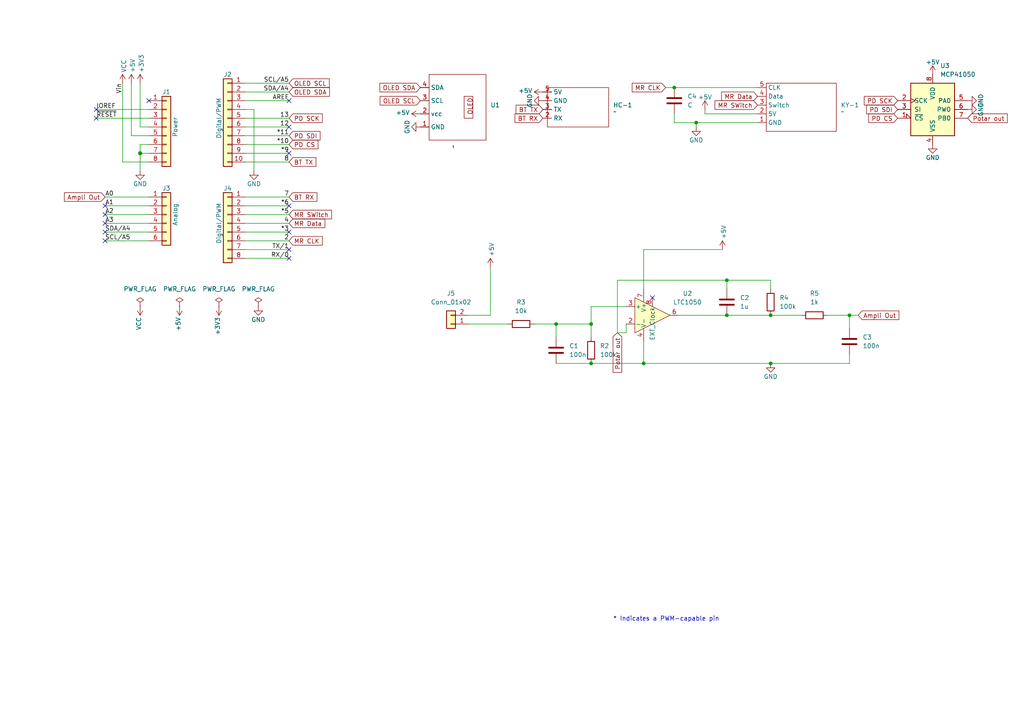
<source format=kicad_sch>
(kicad_sch
	(version 20231120)
	(generator "eeschema")
	(generator_version "8.0")
	(uuid "e63e39d7-6ac0-4ffd-8aa3-1841a4541b55")
	(paper "A4")
	(title_block
		(date "mar. 31 mars 2015")
	)
	(lib_symbols
		(symbol "Connector_Generic:Conn_01x02"
			(pin_names
				(offset 1.016) hide)
			(exclude_from_sim no)
			(in_bom yes)
			(on_board yes)
			(property "Reference" "J"
				(at 0 2.54 0)
				(effects
					(font
						(size 1.27 1.27)
					)
				)
			)
			(property "Value" "Conn_01x02"
				(at 0 -5.08 0)
				(effects
					(font
						(size 1.27 1.27)
					)
				)
			)
			(property "Footprint" ""
				(at 0 0 0)
				(effects
					(font
						(size 1.27 1.27)
					)
					(hide yes)
				)
			)
			(property "Datasheet" "~"
				(at 0 0 0)
				(effects
					(font
						(size 1.27 1.27)
					)
					(hide yes)
				)
			)
			(property "Description" "Generic connector, single row, 01x02, script generated (kicad-library-utils/schlib/autogen/connector/)"
				(at 0 0 0)
				(effects
					(font
						(size 1.27 1.27)
					)
					(hide yes)
				)
			)
			(property "ki_keywords" "connector"
				(at 0 0 0)
				(effects
					(font
						(size 1.27 1.27)
					)
					(hide yes)
				)
			)
			(property "ki_fp_filters" "Connector*:*_1x??_*"
				(at 0 0 0)
				(effects
					(font
						(size 1.27 1.27)
					)
					(hide yes)
				)
			)
			(symbol "Conn_01x02_1_1"
				(rectangle
					(start -1.27 -2.413)
					(end 0 -2.667)
					(stroke
						(width 0.1524)
						(type default)
					)
					(fill
						(type none)
					)
				)
				(rectangle
					(start -1.27 0.127)
					(end 0 -0.127)
					(stroke
						(width 0.1524)
						(type default)
					)
					(fill
						(type none)
					)
				)
				(rectangle
					(start -1.27 1.27)
					(end 1.27 -3.81)
					(stroke
						(width 0.254)
						(type default)
					)
					(fill
						(type background)
					)
				)
				(pin passive line
					(at -5.08 0 0)
					(length 3.81)
					(name "Pin_1"
						(effects
							(font
								(size 1.27 1.27)
							)
						)
					)
					(number "1"
						(effects
							(font
								(size 1.27 1.27)
							)
						)
					)
				)
				(pin passive line
					(at -5.08 -2.54 0)
					(length 3.81)
					(name "Pin_2"
						(effects
							(font
								(size 1.27 1.27)
							)
						)
					)
					(number "2"
						(effects
							(font
								(size 1.27 1.27)
							)
						)
					)
				)
			)
		)
		(symbol "Connector_Generic:Conn_01x06"
			(pin_names
				(offset 1.016) hide)
			(exclude_from_sim no)
			(in_bom yes)
			(on_board yes)
			(property "Reference" "J"
				(at 0 7.62 0)
				(effects
					(font
						(size 1.27 1.27)
					)
				)
			)
			(property "Value" "Conn_01x06"
				(at 0 -10.16 0)
				(effects
					(font
						(size 1.27 1.27)
					)
				)
			)
			(property "Footprint" ""
				(at 0 0 0)
				(effects
					(font
						(size 1.27 1.27)
					)
					(hide yes)
				)
			)
			(property "Datasheet" "~"
				(at 0 0 0)
				(effects
					(font
						(size 1.27 1.27)
					)
					(hide yes)
				)
			)
			(property "Description" "Generic connector, single row, 01x06, script generated (kicad-library-utils/schlib/autogen/connector/)"
				(at 0 0 0)
				(effects
					(font
						(size 1.27 1.27)
					)
					(hide yes)
				)
			)
			(property "ki_keywords" "connector"
				(at 0 0 0)
				(effects
					(font
						(size 1.27 1.27)
					)
					(hide yes)
				)
			)
			(property "ki_fp_filters" "Connector*:*_1x??_*"
				(at 0 0 0)
				(effects
					(font
						(size 1.27 1.27)
					)
					(hide yes)
				)
			)
			(symbol "Conn_01x06_1_1"
				(rectangle
					(start -1.27 -7.493)
					(end 0 -7.747)
					(stroke
						(width 0.1524)
						(type default)
					)
					(fill
						(type none)
					)
				)
				(rectangle
					(start -1.27 -4.953)
					(end 0 -5.207)
					(stroke
						(width 0.1524)
						(type default)
					)
					(fill
						(type none)
					)
				)
				(rectangle
					(start -1.27 -2.413)
					(end 0 -2.667)
					(stroke
						(width 0.1524)
						(type default)
					)
					(fill
						(type none)
					)
				)
				(rectangle
					(start -1.27 0.127)
					(end 0 -0.127)
					(stroke
						(width 0.1524)
						(type default)
					)
					(fill
						(type none)
					)
				)
				(rectangle
					(start -1.27 2.667)
					(end 0 2.413)
					(stroke
						(width 0.1524)
						(type default)
					)
					(fill
						(type none)
					)
				)
				(rectangle
					(start -1.27 5.207)
					(end 0 4.953)
					(stroke
						(width 0.1524)
						(type default)
					)
					(fill
						(type none)
					)
				)
				(rectangle
					(start -1.27 6.35)
					(end 1.27 -8.89)
					(stroke
						(width 0.254)
						(type default)
					)
					(fill
						(type background)
					)
				)
				(pin passive line
					(at -5.08 5.08 0)
					(length 3.81)
					(name "Pin_1"
						(effects
							(font
								(size 1.27 1.27)
							)
						)
					)
					(number "1"
						(effects
							(font
								(size 1.27 1.27)
							)
						)
					)
				)
				(pin passive line
					(at -5.08 2.54 0)
					(length 3.81)
					(name "Pin_2"
						(effects
							(font
								(size 1.27 1.27)
							)
						)
					)
					(number "2"
						(effects
							(font
								(size 1.27 1.27)
							)
						)
					)
				)
				(pin passive line
					(at -5.08 0 0)
					(length 3.81)
					(name "Pin_3"
						(effects
							(font
								(size 1.27 1.27)
							)
						)
					)
					(number "3"
						(effects
							(font
								(size 1.27 1.27)
							)
						)
					)
				)
				(pin passive line
					(at -5.08 -2.54 0)
					(length 3.81)
					(name "Pin_4"
						(effects
							(font
								(size 1.27 1.27)
							)
						)
					)
					(number "4"
						(effects
							(font
								(size 1.27 1.27)
							)
						)
					)
				)
				(pin passive line
					(at -5.08 -5.08 0)
					(length 3.81)
					(name "Pin_5"
						(effects
							(font
								(size 1.27 1.27)
							)
						)
					)
					(number "5"
						(effects
							(font
								(size 1.27 1.27)
							)
						)
					)
				)
				(pin passive line
					(at -5.08 -7.62 0)
					(length 3.81)
					(name "Pin_6"
						(effects
							(font
								(size 1.27 1.27)
							)
						)
					)
					(number "6"
						(effects
							(font
								(size 1.27 1.27)
							)
						)
					)
				)
			)
		)
		(symbol "Connector_Generic:Conn_01x08"
			(pin_names
				(offset 1.016) hide)
			(exclude_from_sim no)
			(in_bom yes)
			(on_board yes)
			(property "Reference" "J"
				(at 0 10.16 0)
				(effects
					(font
						(size 1.27 1.27)
					)
				)
			)
			(property "Value" "Conn_01x08"
				(at 0 -12.7 0)
				(effects
					(font
						(size 1.27 1.27)
					)
				)
			)
			(property "Footprint" ""
				(at 0 0 0)
				(effects
					(font
						(size 1.27 1.27)
					)
					(hide yes)
				)
			)
			(property "Datasheet" "~"
				(at 0 0 0)
				(effects
					(font
						(size 1.27 1.27)
					)
					(hide yes)
				)
			)
			(property "Description" "Generic connector, single row, 01x08, script generated (kicad-library-utils/schlib/autogen/connector/)"
				(at 0 0 0)
				(effects
					(font
						(size 1.27 1.27)
					)
					(hide yes)
				)
			)
			(property "ki_keywords" "connector"
				(at 0 0 0)
				(effects
					(font
						(size 1.27 1.27)
					)
					(hide yes)
				)
			)
			(property "ki_fp_filters" "Connector*:*_1x??_*"
				(at 0 0 0)
				(effects
					(font
						(size 1.27 1.27)
					)
					(hide yes)
				)
			)
			(symbol "Conn_01x08_1_1"
				(rectangle
					(start -1.27 -10.033)
					(end 0 -10.287)
					(stroke
						(width 0.1524)
						(type default)
					)
					(fill
						(type none)
					)
				)
				(rectangle
					(start -1.27 -7.493)
					(end 0 -7.747)
					(stroke
						(width 0.1524)
						(type default)
					)
					(fill
						(type none)
					)
				)
				(rectangle
					(start -1.27 -4.953)
					(end 0 -5.207)
					(stroke
						(width 0.1524)
						(type default)
					)
					(fill
						(type none)
					)
				)
				(rectangle
					(start -1.27 -2.413)
					(end 0 -2.667)
					(stroke
						(width 0.1524)
						(type default)
					)
					(fill
						(type none)
					)
				)
				(rectangle
					(start -1.27 0.127)
					(end 0 -0.127)
					(stroke
						(width 0.1524)
						(type default)
					)
					(fill
						(type none)
					)
				)
				(rectangle
					(start -1.27 2.667)
					(end 0 2.413)
					(stroke
						(width 0.1524)
						(type default)
					)
					(fill
						(type none)
					)
				)
				(rectangle
					(start -1.27 5.207)
					(end 0 4.953)
					(stroke
						(width 0.1524)
						(type default)
					)
					(fill
						(type none)
					)
				)
				(rectangle
					(start -1.27 7.747)
					(end 0 7.493)
					(stroke
						(width 0.1524)
						(type default)
					)
					(fill
						(type none)
					)
				)
				(rectangle
					(start -1.27 8.89)
					(end 1.27 -11.43)
					(stroke
						(width 0.254)
						(type default)
					)
					(fill
						(type background)
					)
				)
				(pin passive line
					(at -5.08 7.62 0)
					(length 3.81)
					(name "Pin_1"
						(effects
							(font
								(size 1.27 1.27)
							)
						)
					)
					(number "1"
						(effects
							(font
								(size 1.27 1.27)
							)
						)
					)
				)
				(pin passive line
					(at -5.08 5.08 0)
					(length 3.81)
					(name "Pin_2"
						(effects
							(font
								(size 1.27 1.27)
							)
						)
					)
					(number "2"
						(effects
							(font
								(size 1.27 1.27)
							)
						)
					)
				)
				(pin passive line
					(at -5.08 2.54 0)
					(length 3.81)
					(name "Pin_3"
						(effects
							(font
								(size 1.27 1.27)
							)
						)
					)
					(number "3"
						(effects
							(font
								(size 1.27 1.27)
							)
						)
					)
				)
				(pin passive line
					(at -5.08 0 0)
					(length 3.81)
					(name "Pin_4"
						(effects
							(font
								(size 1.27 1.27)
							)
						)
					)
					(number "4"
						(effects
							(font
								(size 1.27 1.27)
							)
						)
					)
				)
				(pin passive line
					(at -5.08 -2.54 0)
					(length 3.81)
					(name "Pin_5"
						(effects
							(font
								(size 1.27 1.27)
							)
						)
					)
					(number "5"
						(effects
							(font
								(size 1.27 1.27)
							)
						)
					)
				)
				(pin passive line
					(at -5.08 -5.08 0)
					(length 3.81)
					(name "Pin_6"
						(effects
							(font
								(size 1.27 1.27)
							)
						)
					)
					(number "6"
						(effects
							(font
								(size 1.27 1.27)
							)
						)
					)
				)
				(pin passive line
					(at -5.08 -7.62 0)
					(length 3.81)
					(name "Pin_7"
						(effects
							(font
								(size 1.27 1.27)
							)
						)
					)
					(number "7"
						(effects
							(font
								(size 1.27 1.27)
							)
						)
					)
				)
				(pin passive line
					(at -5.08 -10.16 0)
					(length 3.81)
					(name "Pin_8"
						(effects
							(font
								(size 1.27 1.27)
							)
						)
					)
					(number "8"
						(effects
							(font
								(size 1.27 1.27)
							)
						)
					)
				)
			)
		)
		(symbol "Connector_Generic:Conn_01x10"
			(pin_names
				(offset 1.016) hide)
			(exclude_from_sim no)
			(in_bom yes)
			(on_board yes)
			(property "Reference" "J"
				(at 0 12.7 0)
				(effects
					(font
						(size 1.27 1.27)
					)
				)
			)
			(property "Value" "Conn_01x10"
				(at 0 -15.24 0)
				(effects
					(font
						(size 1.27 1.27)
					)
				)
			)
			(property "Footprint" ""
				(at 0 0 0)
				(effects
					(font
						(size 1.27 1.27)
					)
					(hide yes)
				)
			)
			(property "Datasheet" "~"
				(at 0 0 0)
				(effects
					(font
						(size 1.27 1.27)
					)
					(hide yes)
				)
			)
			(property "Description" "Generic connector, single row, 01x10, script generated (kicad-library-utils/schlib/autogen/connector/)"
				(at 0 0 0)
				(effects
					(font
						(size 1.27 1.27)
					)
					(hide yes)
				)
			)
			(property "ki_keywords" "connector"
				(at 0 0 0)
				(effects
					(font
						(size 1.27 1.27)
					)
					(hide yes)
				)
			)
			(property "ki_fp_filters" "Connector*:*_1x??_*"
				(at 0 0 0)
				(effects
					(font
						(size 1.27 1.27)
					)
					(hide yes)
				)
			)
			(symbol "Conn_01x10_1_1"
				(rectangle
					(start -1.27 -12.573)
					(end 0 -12.827)
					(stroke
						(width 0.1524)
						(type default)
					)
					(fill
						(type none)
					)
				)
				(rectangle
					(start -1.27 -10.033)
					(end 0 -10.287)
					(stroke
						(width 0.1524)
						(type default)
					)
					(fill
						(type none)
					)
				)
				(rectangle
					(start -1.27 -7.493)
					(end 0 -7.747)
					(stroke
						(width 0.1524)
						(type default)
					)
					(fill
						(type none)
					)
				)
				(rectangle
					(start -1.27 -4.953)
					(end 0 -5.207)
					(stroke
						(width 0.1524)
						(type default)
					)
					(fill
						(type none)
					)
				)
				(rectangle
					(start -1.27 -2.413)
					(end 0 -2.667)
					(stroke
						(width 0.1524)
						(type default)
					)
					(fill
						(type none)
					)
				)
				(rectangle
					(start -1.27 0.127)
					(end 0 -0.127)
					(stroke
						(width 0.1524)
						(type default)
					)
					(fill
						(type none)
					)
				)
				(rectangle
					(start -1.27 2.667)
					(end 0 2.413)
					(stroke
						(width 0.1524)
						(type default)
					)
					(fill
						(type none)
					)
				)
				(rectangle
					(start -1.27 5.207)
					(end 0 4.953)
					(stroke
						(width 0.1524)
						(type default)
					)
					(fill
						(type none)
					)
				)
				(rectangle
					(start -1.27 7.747)
					(end 0 7.493)
					(stroke
						(width 0.1524)
						(type default)
					)
					(fill
						(type none)
					)
				)
				(rectangle
					(start -1.27 10.287)
					(end 0 10.033)
					(stroke
						(width 0.1524)
						(type default)
					)
					(fill
						(type none)
					)
				)
				(rectangle
					(start -1.27 11.43)
					(end 1.27 -13.97)
					(stroke
						(width 0.254)
						(type default)
					)
					(fill
						(type background)
					)
				)
				(pin passive line
					(at -5.08 10.16 0)
					(length 3.81)
					(name "Pin_1"
						(effects
							(font
								(size 1.27 1.27)
							)
						)
					)
					(number "1"
						(effects
							(font
								(size 1.27 1.27)
							)
						)
					)
				)
				(pin passive line
					(at -5.08 -12.7 0)
					(length 3.81)
					(name "Pin_10"
						(effects
							(font
								(size 1.27 1.27)
							)
						)
					)
					(number "10"
						(effects
							(font
								(size 1.27 1.27)
							)
						)
					)
				)
				(pin passive line
					(at -5.08 7.62 0)
					(length 3.81)
					(name "Pin_2"
						(effects
							(font
								(size 1.27 1.27)
							)
						)
					)
					(number "2"
						(effects
							(font
								(size 1.27 1.27)
							)
						)
					)
				)
				(pin passive line
					(at -5.08 5.08 0)
					(length 3.81)
					(name "Pin_3"
						(effects
							(font
								(size 1.27 1.27)
							)
						)
					)
					(number "3"
						(effects
							(font
								(size 1.27 1.27)
							)
						)
					)
				)
				(pin passive line
					(at -5.08 2.54 0)
					(length 3.81)
					(name "Pin_4"
						(effects
							(font
								(size 1.27 1.27)
							)
						)
					)
					(number "4"
						(effects
							(font
								(size 1.27 1.27)
							)
						)
					)
				)
				(pin passive line
					(at -5.08 0 0)
					(length 3.81)
					(name "Pin_5"
						(effects
							(font
								(size 1.27 1.27)
							)
						)
					)
					(number "5"
						(effects
							(font
								(size 1.27 1.27)
							)
						)
					)
				)
				(pin passive line
					(at -5.08 -2.54 0)
					(length 3.81)
					(name "Pin_6"
						(effects
							(font
								(size 1.27 1.27)
							)
						)
					)
					(number "6"
						(effects
							(font
								(size 1.27 1.27)
							)
						)
					)
				)
				(pin passive line
					(at -5.08 -5.08 0)
					(length 3.81)
					(name "Pin_7"
						(effects
							(font
								(size 1.27 1.27)
							)
						)
					)
					(number "7"
						(effects
							(font
								(size 1.27 1.27)
							)
						)
					)
				)
				(pin passive line
					(at -5.08 -7.62 0)
					(length 3.81)
					(name "Pin_8"
						(effects
							(font
								(size 1.27 1.27)
							)
						)
					)
					(number "8"
						(effects
							(font
								(size 1.27 1.27)
							)
						)
					)
				)
				(pin passive line
					(at -5.08 -10.16 0)
					(length 3.81)
					(name "Pin_9"
						(effects
							(font
								(size 1.27 1.27)
							)
						)
					)
					(number "9"
						(effects
							(font
								(size 1.27 1.27)
							)
						)
					)
				)
			)
		)
		(symbol "Device:C"
			(pin_numbers hide)
			(pin_names
				(offset 0.254)
			)
			(exclude_from_sim no)
			(in_bom yes)
			(on_board yes)
			(property "Reference" "C"
				(at 0.635 2.54 0)
				(effects
					(font
						(size 1.27 1.27)
					)
					(justify left)
				)
			)
			(property "Value" "C"
				(at 0.635 -2.54 0)
				(effects
					(font
						(size 1.27 1.27)
					)
					(justify left)
				)
			)
			(property "Footprint" ""
				(at 0.9652 -3.81 0)
				(effects
					(font
						(size 1.27 1.27)
					)
					(hide yes)
				)
			)
			(property "Datasheet" "~"
				(at 0 0 0)
				(effects
					(font
						(size 1.27 1.27)
					)
					(hide yes)
				)
			)
			(property "Description" "Unpolarized capacitor"
				(at 0 0 0)
				(effects
					(font
						(size 1.27 1.27)
					)
					(hide yes)
				)
			)
			(property "ki_keywords" "cap capacitor"
				(at 0 0 0)
				(effects
					(font
						(size 1.27 1.27)
					)
					(hide yes)
				)
			)
			(property "ki_fp_filters" "C_*"
				(at 0 0 0)
				(effects
					(font
						(size 1.27 1.27)
					)
					(hide yes)
				)
			)
			(symbol "C_0_1"
				(polyline
					(pts
						(xy -2.032 -0.762) (xy 2.032 -0.762)
					)
					(stroke
						(width 0.508)
						(type default)
					)
					(fill
						(type none)
					)
				)
				(polyline
					(pts
						(xy -2.032 0.762) (xy 2.032 0.762)
					)
					(stroke
						(width 0.508)
						(type default)
					)
					(fill
						(type none)
					)
				)
			)
			(symbol "C_1_1"
				(pin passive line
					(at 0 3.81 270)
					(length 2.794)
					(name "~"
						(effects
							(font
								(size 1.27 1.27)
							)
						)
					)
					(number "1"
						(effects
							(font
								(size 1.27 1.27)
							)
						)
					)
				)
				(pin passive line
					(at 0 -3.81 90)
					(length 2.794)
					(name "~"
						(effects
							(font
								(size 1.27 1.27)
							)
						)
					)
					(number "2"
						(effects
							(font
								(size 1.27 1.27)
							)
						)
					)
				)
			)
		)
		(symbol "Device:R"
			(pin_numbers hide)
			(pin_names
				(offset 0)
			)
			(exclude_from_sim no)
			(in_bom yes)
			(on_board yes)
			(property "Reference" "R"
				(at 2.032 0 90)
				(effects
					(font
						(size 1.27 1.27)
					)
				)
			)
			(property "Value" "R"
				(at 0 0 90)
				(effects
					(font
						(size 1.27 1.27)
					)
				)
			)
			(property "Footprint" ""
				(at -1.778 0 90)
				(effects
					(font
						(size 1.27 1.27)
					)
					(hide yes)
				)
			)
			(property "Datasheet" "~"
				(at 0 0 0)
				(effects
					(font
						(size 1.27 1.27)
					)
					(hide yes)
				)
			)
			(property "Description" "Resistor"
				(at 0 0 0)
				(effects
					(font
						(size 1.27 1.27)
					)
					(hide yes)
				)
			)
			(property "ki_keywords" "R res resistor"
				(at 0 0 0)
				(effects
					(font
						(size 1.27 1.27)
					)
					(hide yes)
				)
			)
			(property "ki_fp_filters" "R_*"
				(at 0 0 0)
				(effects
					(font
						(size 1.27 1.27)
					)
					(hide yes)
				)
			)
			(symbol "R_0_1"
				(rectangle
					(start -1.016 -2.54)
					(end 1.016 2.54)
					(stroke
						(width 0.254)
						(type default)
					)
					(fill
						(type none)
					)
				)
			)
			(symbol "R_1_1"
				(pin passive line
					(at 0 3.81 270)
					(length 1.27)
					(name "~"
						(effects
							(font
								(size 1.27 1.27)
							)
						)
					)
					(number "1"
						(effects
							(font
								(size 1.27 1.27)
							)
						)
					)
				)
				(pin passive line
					(at 0 -3.81 90)
					(length 1.27)
					(name "~"
						(effects
							(font
								(size 1.27 1.27)
							)
						)
					)
					(number "2"
						(effects
							(font
								(size 1.27 1.27)
							)
						)
					)
				)
			)
		)
		(symbol "Lib graphite:OP1177AR"
			(pin_names
				(offset 0.127)
			)
			(exclude_from_sim no)
			(in_bom yes)
			(on_board yes)
			(property "Reference" "U2"
				(at 10.16 6.3186 0)
				(effects
					(font
						(size 1.27 1.27)
					)
				)
			)
			(property "Value" "LTC1050"
				(at 10.16 3.7786 0)
				(effects
					(font
						(size 1.27 1.27)
					)
				)
			)
			(property "Footprint" "Package_DIP:DIP-8_W7.62mm"
				(at 0 -7.62 0)
				(effects
					(font
						(size 1.27 1.27)
					)
					(hide yes)
				)
			)
			(property "Datasheet" "https://www.analog.com/media/en/technical-documentation/data-sheets/OP1177_2177_4177.pdf"
				(at 0 0 0)
				(effects
					(font
						(size 1.27 1.27)
					)
					(hide yes)
				)
			)
			(property "Description" "Precision Low Noise, Low Input Bias Current Operational Amplifier, SOIC-8"
				(at 0 0 0)
				(effects
					(font
						(size 1.27 1.27)
					)
					(hide yes)
				)
			)
			(property "ki_keywords" "single operational amplifier"
				(at 0 0 0)
				(effects
					(font
						(size 1.27 1.27)
					)
					(hide yes)
				)
			)
			(property "ki_fp_filters" "SOIC*3.9x4.9mm*P1.27mm*"
				(at 0 0 0)
				(effects
					(font
						(size 1.27 1.27)
					)
					(hide yes)
				)
			)
			(symbol "OP1177AR_0_1"
				(polyline
					(pts
						(xy -5.08 5.08) (xy -5.08 -5.08) (xy 5.08 0) (xy -5.08 5.08)
					)
					(stroke
						(width 0)
						(type default)
					)
					(fill
						(type background)
					)
				)
			)
			(symbol "OP1177AR_1_1"
				(pin no_connect line
					(at -5.08 0 0)
					(length 3.81) hide
					(name "NC"
						(effects
							(font
								(size 1.27 1.27)
							)
						)
					)
					(number "1"
						(effects
							(font
								(size 1.27 1.27)
							)
						)
					)
				)
				(pin input line
					(at -7.62 -2.54 0)
					(length 2.54)
					(name "-"
						(effects
							(font
								(size 1.27 1.27)
							)
						)
					)
					(number "2"
						(effects
							(font
								(size 1.27 1.27)
							)
						)
					)
				)
				(pin input line
					(at -7.62 2.54 0)
					(length 2.54)
					(name "+"
						(effects
							(font
								(size 1.27 1.27)
							)
						)
					)
					(number "3"
						(effects
							(font
								(size 1.27 1.27)
							)
						)
					)
				)
				(pin power_in line
					(at -2.54 -7.62 90)
					(length 3.81)
					(name "V-"
						(effects
							(font
								(size 1.27 1.27)
							)
						)
					)
					(number "4"
						(effects
							(font
								(size 1.27 1.27)
							)
						)
					)
				)
				(pin no_connect line
					(at 0 -2.54 90)
					(length 3.81) hide
					(name "EXT"
						(effects
							(font
								(size 1.27 1.27)
							)
						)
					)
					(number "5"
						(effects
							(font
								(size 1.27 1.27)
							)
						)
					)
				)
				(pin output line
					(at 7.62 0 180)
					(length 2.54)
					(name "~"
						(effects
							(font
								(size 1.27 1.27)
							)
						)
					)
					(number "6"
						(effects
							(font
								(size 1.27 1.27)
							)
						)
					)
				)
				(pin power_in line
					(at -2.54 7.62 270)
					(length 3.81)
					(name "V+"
						(effects
							(font
								(size 1.27 1.27)
							)
						)
					)
					(number "7"
						(effects
							(font
								(size 1.27 1.27)
							)
						)
					)
				)
				(pin input line
					(at 0 5.08 270)
					(length 2.54)
					(name "EXT_Clock"
						(effects
							(font
								(size 1.27 1.27)
							)
						)
					)
					(number "8"
						(effects
							(font
								(size 1.27 1.27)
							)
						)
					)
				)
				(pin no_connect line
					(at 0 2.54 270)
					(length 3.81) hide
					(name "NC"
						(effects
							(font
								(size 1.27 1.27)
							)
						)
					)
					(number "8"
						(effects
							(font
								(size 1.27 1.27)
							)
						)
					)
				)
			)
		)
		(symbol "Potentiometer_Digital:MCP41050"
			(pin_names
				(offset 1.016)
			)
			(exclude_from_sim no)
			(in_bom yes)
			(on_board yes)
			(property "Reference" "U"
				(at -6.35 8.89 0)
				(effects
					(font
						(size 1.27 1.27)
					)
					(justify left)
				)
			)
			(property "Value" "MCP41050"
				(at 1.27 8.89 0)
				(effects
					(font
						(size 1.27 1.27)
					)
					(justify left)
				)
			)
			(property "Footprint" ""
				(at 0 0 0)
				(effects
					(font
						(size 1.27 1.27)
					)
					(hide yes)
				)
			)
			(property "Datasheet" "http://ww1.microchip.com/downloads/en/DeviceDoc/11195c.pdf"
				(at 0 0 0)
				(effects
					(font
						(size 1.27 1.27)
					)
					(hide yes)
				)
			)
			(property "Description" "Single Digital Potentiometer, SPI interface, 256 taps, 50 kohm"
				(at 0 0 0)
				(effects
					(font
						(size 1.27 1.27)
					)
					(hide yes)
				)
			)
			(property "ki_keywords" "R POT"
				(at 0 0 0)
				(effects
					(font
						(size 1.27 1.27)
					)
					(hide yes)
				)
			)
			(property "ki_fp_filters" "DIP*W7.62mm* SOIC*P1.27mm*"
				(at 0 0 0)
				(effects
					(font
						(size 1.27 1.27)
					)
					(hide yes)
				)
			)
			(symbol "MCP41050_0_1"
				(rectangle
					(start -6.35 7.62)
					(end 6.35 -7.62)
					(stroke
						(width 0.254)
						(type default)
					)
					(fill
						(type background)
					)
				)
			)
			(symbol "MCP41050_1_1"
				(pin input input_low
					(at -10.16 -2.54 0)
					(length 3.81)
					(name "~{CS}"
						(effects
							(font
								(size 1.27 1.27)
							)
						)
					)
					(number "1"
						(effects
							(font
								(size 1.27 1.27)
							)
						)
					)
				)
				(pin passive clock
					(at -10.16 2.54 0)
					(length 3.81)
					(name "SCK"
						(effects
							(font
								(size 1.27 1.27)
							)
						)
					)
					(number "2"
						(effects
							(font
								(size 1.27 1.27)
							)
						)
					)
				)
				(pin input line
					(at -10.16 0 0)
					(length 3.81)
					(name "SI"
						(effects
							(font
								(size 1.27 1.27)
							)
						)
					)
					(number "3"
						(effects
							(font
								(size 1.27 1.27)
							)
						)
					)
				)
				(pin power_in line
					(at 0 -10.16 90)
					(length 2.54)
					(name "VSS"
						(effects
							(font
								(size 1.27 1.27)
							)
						)
					)
					(number "4"
						(effects
							(font
								(size 1.27 1.27)
							)
						)
					)
				)
				(pin passive line
					(at 10.16 2.54 180)
					(length 3.81)
					(name "PA0"
						(effects
							(font
								(size 1.27 1.27)
							)
						)
					)
					(number "5"
						(effects
							(font
								(size 1.27 1.27)
							)
						)
					)
				)
				(pin passive line
					(at 10.16 0 180)
					(length 3.81)
					(name "PW0"
						(effects
							(font
								(size 1.27 1.27)
							)
						)
					)
					(number "6"
						(effects
							(font
								(size 1.27 1.27)
							)
						)
					)
				)
				(pin passive line
					(at 10.16 -2.54 180)
					(length 3.81)
					(name "PB0"
						(effects
							(font
								(size 1.27 1.27)
							)
						)
					)
					(number "7"
						(effects
							(font
								(size 1.27 1.27)
							)
						)
					)
				)
				(pin power_in line
					(at 0 10.16 270)
					(length 2.54)
					(name "VDD"
						(effects
							(font
								(size 1.27 1.27)
							)
						)
					)
					(number "8"
						(effects
							(font
								(size 1.27 1.27)
							)
						)
					)
				)
			)
		)
		(symbol "ma lib graphite coubeh:Module_Bluetooth"
			(exclude_from_sim no)
			(in_bom yes)
			(on_board yes)
			(property "Reference" "HC-05"
				(at 0.508 -9.906 0)
				(effects
					(font
						(size 1.27 1.27)
					)
				)
			)
			(property "Value" ""
				(at 0 0 0)
				(effects
					(font
						(size 1.27 1.27)
					)
				)
			)
			(property "Footprint" ""
				(at 0 0 0)
				(effects
					(font
						(size 1.27 1.27)
					)
					(hide yes)
				)
			)
			(property "Datasheet" ""
				(at 0 0 0)
				(effects
					(font
						(size 1.27 1.27)
					)
					(hide yes)
				)
			)
			(property "Description" ""
				(at 0 0 0)
				(effects
					(font
						(size 1.27 1.27)
					)
					(hide yes)
				)
			)
			(symbol "Module_Bluetooth_0_1"
				(rectangle
					(start -21.59 -3.81)
					(end -3.81 -15.24)
					(stroke
						(width 0)
						(type default)
					)
					(fill
						(type none)
					)
				)
			)
			(symbol "Module_Bluetooth_1_1"
				(pin input line
					(at -22.86 -12.7 0)
					(length 2.54)
					(name "RX"
						(effects
							(font
								(size 1.27 1.27)
							)
						)
					)
					(number "2"
						(effects
							(font
								(size 1.27 1.27)
							)
						)
					)
				)
				(pin input line
					(at -22.86 -10.16 0)
					(length 2.54)
					(name "TX"
						(effects
							(font
								(size 1.27 1.27)
							)
						)
					)
					(number "3"
						(effects
							(font
								(size 1.27 1.27)
							)
						)
					)
				)
				(pin input line
					(at -22.86 -7.62 0)
					(length 2.54)
					(name "GND"
						(effects
							(font
								(size 1.27 1.27)
							)
						)
					)
					(number "4"
						(effects
							(font
								(size 1.27 1.27)
							)
						)
					)
				)
				(pin input line
					(at -22.86 -5.08 0)
					(length 2.54)
					(name "5V"
						(effects
							(font
								(size 1.27 1.27)
							)
						)
					)
					(number "5"
						(effects
							(font
								(size 1.27 1.27)
							)
						)
					)
				)
			)
		)
		(symbol "ma lib graphite coubeh:Module_Rotatoire"
			(exclude_from_sim no)
			(in_bom yes)
			(on_board yes)
			(property "Reference" "KY-040"
				(at 14.478 -1.016 0)
				(effects
					(font
						(size 1.27 1.27)
					)
				)
			)
			(property "Value" ""
				(at 0 0 0)
				(effects
					(font
						(size 1.27 1.27)
					)
				)
			)
			(property "Footprint" ""
				(at 0 0 0)
				(effects
					(font
						(size 1.27 1.27)
					)
					(hide yes)
				)
			)
			(property "Datasheet" ""
				(at 0 0 0)
				(effects
					(font
						(size 1.27 1.27)
					)
					(hide yes)
				)
			)
			(property "Description" ""
				(at 0 0 0)
				(effects
					(font
						(size 1.27 1.27)
					)
					(hide yes)
				)
			)
			(symbol "Module_Rotatoire_0_1"
				(rectangle
					(start -10.16 6.35)
					(end 10.16 -7.62)
					(stroke
						(width 0)
						(type default)
					)
					(fill
						(type none)
					)
				)
			)
			(symbol "Module_Rotatoire_1_1"
				(pin input line
					(at -12.7 -5.08 0)
					(length 2.54)
					(name "GND"
						(effects
							(font
								(size 1.27 1.27)
							)
						)
					)
					(number "1"
						(effects
							(font
								(size 1.27 1.27)
							)
						)
					)
				)
				(pin input line
					(at -12.7 -2.54 0)
					(length 2.54)
					(name "5V"
						(effects
							(font
								(size 1.27 1.27)
							)
						)
					)
					(number "2"
						(effects
							(font
								(size 1.27 1.27)
							)
						)
					)
				)
				(pin input line
					(at -12.7 0 0)
					(length 2.54)
					(name "Switch"
						(effects
							(font
								(size 1.27 1.27)
							)
						)
					)
					(number "3"
						(effects
							(font
								(size 1.27 1.27)
							)
						)
					)
				)
				(pin input line
					(at -12.7 2.54 0)
					(length 2.54)
					(name "Data"
						(effects
							(font
								(size 1.27 1.27)
							)
						)
					)
					(number "4"
						(effects
							(font
								(size 1.27 1.27)
							)
						)
					)
				)
				(pin input line
					(at -12.7 5.08 0)
					(length 2.54)
					(name "CLK"
						(effects
							(font
								(size 1.27 1.27)
							)
						)
					)
					(number "5"
						(effects
							(font
								(size 1.27 1.27)
							)
						)
					)
				)
			)
		)
		(symbol "ma lib graphite coubeh:OLED_"
			(exclude_from_sim no)
			(in_bom yes)
			(on_board yes)
			(property "Reference" "U"
				(at -8.382 8.89 0)
				(effects
					(font
						(size 1.27 1.27)
					)
				)
			)
			(property "Value" ""
				(at 0 0 0)
				(effects
					(font
						(size 1.27 1.27)
					)
				)
			)
			(property "Footprint" ""
				(at 0 0 0)
				(effects
					(font
						(size 1.27 1.27)
					)
					(hide yes)
				)
			)
			(property "Datasheet" ""
				(at 0 0 0)
				(effects
					(font
						(size 1.27 1.27)
					)
					(hide yes)
				)
			)
			(property "Description" ""
				(at 0 0 0)
				(effects
					(font
						(size 1.27 1.27)
					)
					(hide yes)
				)
			)
			(symbol "OLED__0_1"
				(rectangle
					(start -17.78 16.51)
					(end 1.27 0)
					(stroke
						(width 0)
						(type default)
					)
					(fill
						(type none)
					)
				)
			)
			(symbol "OLED__1_1"
				(text_box "OLED"
					(at -11.43 12.7 0)
					(size 6.35 -2.54)
					(stroke
						(width 0)
						(type default)
					)
					(fill
						(type none)
					)
					(effects
						(font
							(size 1.27 1.27)
						)
						(justify left top)
					)
				)
				(pin input line
					(at -2.54 -2.54 90)
					(length 2.54)
					(name "GND"
						(effects
							(font
								(size 1.27 1.27)
							)
						)
					)
					(number "1"
						(effects
							(font
								(size 1.27 1.27)
							)
						)
					)
				)
				(pin input line
					(at -6.35 -2.54 90)
					(length 2.54)
					(name "vcc"
						(effects
							(font
								(size 1.27 1.27)
							)
						)
					)
					(number "2"
						(effects
							(font
								(size 1.27 1.27)
							)
						)
					)
				)
				(pin input line
					(at -10.16 -2.54 90)
					(length 2.54)
					(name "SCL"
						(effects
							(font
								(size 1.27 1.27)
							)
						)
					)
					(number "3"
						(effects
							(font
								(size 1.27 1.27)
							)
						)
					)
				)
				(pin input line
					(at -13.97 -2.54 90)
					(length 2.54)
					(name "SDA"
						(effects
							(font
								(size 1.27 1.27)
							)
						)
					)
					(number "4"
						(effects
							(font
								(size 1.27 1.27)
							)
						)
					)
				)
			)
		)
		(symbol "power:+3V3"
			(power)
			(pin_names
				(offset 0)
			)
			(exclude_from_sim no)
			(in_bom yes)
			(on_board yes)
			(property "Reference" "#PWR"
				(at 0 -3.81 0)
				(effects
					(font
						(size 1.27 1.27)
					)
					(hide yes)
				)
			)
			(property "Value" "+3V3"
				(at 0 3.556 0)
				(effects
					(font
						(size 1.27 1.27)
					)
				)
			)
			(property "Footprint" ""
				(at 0 0 0)
				(effects
					(font
						(size 1.27 1.27)
					)
					(hide yes)
				)
			)
			(property "Datasheet" ""
				(at 0 0 0)
				(effects
					(font
						(size 1.27 1.27)
					)
					(hide yes)
				)
			)
			(property "Description" "Power symbol creates a global label with name \"+3V3\""
				(at 0 0 0)
				(effects
					(font
						(size 1.27 1.27)
					)
					(hide yes)
				)
			)
			(property "ki_keywords" "power-flag"
				(at 0 0 0)
				(effects
					(font
						(size 1.27 1.27)
					)
					(hide yes)
				)
			)
			(symbol "+3V3_0_1"
				(polyline
					(pts
						(xy -0.762 1.27) (xy 0 2.54)
					)
					(stroke
						(width 0)
						(type default)
					)
					(fill
						(type none)
					)
				)
				(polyline
					(pts
						(xy 0 0) (xy 0 2.54)
					)
					(stroke
						(width 0)
						(type default)
					)
					(fill
						(type none)
					)
				)
				(polyline
					(pts
						(xy 0 2.54) (xy 0.762 1.27)
					)
					(stroke
						(width 0)
						(type default)
					)
					(fill
						(type none)
					)
				)
			)
			(symbol "+3V3_1_1"
				(pin power_in line
					(at 0 0 90)
					(length 0) hide
					(name "+3V3"
						(effects
							(font
								(size 1.27 1.27)
							)
						)
					)
					(number "1"
						(effects
							(font
								(size 1.27 1.27)
							)
						)
					)
				)
			)
		)
		(symbol "power:+5V"
			(power)
			(pin_names
				(offset 0)
			)
			(exclude_from_sim no)
			(in_bom yes)
			(on_board yes)
			(property "Reference" "#PWR"
				(at 0 -3.81 0)
				(effects
					(font
						(size 1.27 1.27)
					)
					(hide yes)
				)
			)
			(property "Value" "+5V"
				(at 0 3.556 0)
				(effects
					(font
						(size 1.27 1.27)
					)
				)
			)
			(property "Footprint" ""
				(at 0 0 0)
				(effects
					(font
						(size 1.27 1.27)
					)
					(hide yes)
				)
			)
			(property "Datasheet" ""
				(at 0 0 0)
				(effects
					(font
						(size 1.27 1.27)
					)
					(hide yes)
				)
			)
			(property "Description" "Power symbol creates a global label with name \"+5V\""
				(at 0 0 0)
				(effects
					(font
						(size 1.27 1.27)
					)
					(hide yes)
				)
			)
			(property "ki_keywords" "power-flag"
				(at 0 0 0)
				(effects
					(font
						(size 1.27 1.27)
					)
					(hide yes)
				)
			)
			(symbol "+5V_0_1"
				(polyline
					(pts
						(xy -0.762 1.27) (xy 0 2.54)
					)
					(stroke
						(width 0)
						(type default)
					)
					(fill
						(type none)
					)
				)
				(polyline
					(pts
						(xy 0 0) (xy 0 2.54)
					)
					(stroke
						(width 0)
						(type default)
					)
					(fill
						(type none)
					)
				)
				(polyline
					(pts
						(xy 0 2.54) (xy 0.762 1.27)
					)
					(stroke
						(width 0)
						(type default)
					)
					(fill
						(type none)
					)
				)
			)
			(symbol "+5V_1_1"
				(pin power_in line
					(at 0 0 90)
					(length 0) hide
					(name "+5V"
						(effects
							(font
								(size 1.27 1.27)
							)
						)
					)
					(number "1"
						(effects
							(font
								(size 1.27 1.27)
							)
						)
					)
				)
			)
		)
		(symbol "power:GND"
			(power)
			(pin_names
				(offset 0)
			)
			(exclude_from_sim no)
			(in_bom yes)
			(on_board yes)
			(property "Reference" "#PWR"
				(at 0 -6.35 0)
				(effects
					(font
						(size 1.27 1.27)
					)
					(hide yes)
				)
			)
			(property "Value" "GND"
				(at 0 -3.81 0)
				(effects
					(font
						(size 1.27 1.27)
					)
				)
			)
			(property "Footprint" ""
				(at 0 0 0)
				(effects
					(font
						(size 1.27 1.27)
					)
					(hide yes)
				)
			)
			(property "Datasheet" ""
				(at 0 0 0)
				(effects
					(font
						(size 1.27 1.27)
					)
					(hide yes)
				)
			)
			(property "Description" "Power symbol creates a global label with name \"GND\" , ground"
				(at 0 0 0)
				(effects
					(font
						(size 1.27 1.27)
					)
					(hide yes)
				)
			)
			(property "ki_keywords" "power-flag"
				(at 0 0 0)
				(effects
					(font
						(size 1.27 1.27)
					)
					(hide yes)
				)
			)
			(symbol "GND_0_1"
				(polyline
					(pts
						(xy 0 0) (xy 0 -1.27) (xy 1.27 -1.27) (xy 0 -2.54) (xy -1.27 -1.27) (xy 0 -1.27)
					)
					(stroke
						(width 0)
						(type default)
					)
					(fill
						(type none)
					)
				)
			)
			(symbol "GND_1_1"
				(pin power_in line
					(at 0 0 270)
					(length 0) hide
					(name "GND"
						(effects
							(font
								(size 1.27 1.27)
							)
						)
					)
					(number "1"
						(effects
							(font
								(size 1.27 1.27)
							)
						)
					)
				)
			)
		)
		(symbol "power:PWR_FLAG"
			(power)
			(pin_numbers hide)
			(pin_names
				(offset 0) hide)
			(exclude_from_sim no)
			(in_bom yes)
			(on_board yes)
			(property "Reference" "#FLG"
				(at 0 1.905 0)
				(effects
					(font
						(size 1.27 1.27)
					)
					(hide yes)
				)
			)
			(property "Value" "PWR_FLAG"
				(at 0 3.81 0)
				(effects
					(font
						(size 1.27 1.27)
					)
				)
			)
			(property "Footprint" ""
				(at 0 0 0)
				(effects
					(font
						(size 1.27 1.27)
					)
					(hide yes)
				)
			)
			(property "Datasheet" "~"
				(at 0 0 0)
				(effects
					(font
						(size 1.27 1.27)
					)
					(hide yes)
				)
			)
			(property "Description" "Special symbol for telling ERC where power comes from"
				(at 0 0 0)
				(effects
					(font
						(size 1.27 1.27)
					)
					(hide yes)
				)
			)
			(property "ki_keywords" "flag power"
				(at 0 0 0)
				(effects
					(font
						(size 1.27 1.27)
					)
					(hide yes)
				)
			)
			(symbol "PWR_FLAG_0_0"
				(pin power_out line
					(at 0 0 90)
					(length 0)
					(name "~"
						(effects
							(font
								(size 1.27 1.27)
							)
						)
					)
					(number "1"
						(effects
							(font
								(size 1.27 1.27)
							)
						)
					)
				)
			)
			(symbol "PWR_FLAG_0_1"
				(polyline
					(pts
						(xy 0 0) (xy 0 1.27) (xy -1.016 1.905) (xy 0 2.54) (xy 1.016 1.905) (xy 0 1.27)
					)
					(stroke
						(width 0)
						(type default)
					)
					(fill
						(type none)
					)
				)
			)
		)
		(symbol "power:VCC"
			(power)
			(pin_names
				(offset 0)
			)
			(exclude_from_sim no)
			(in_bom yes)
			(on_board yes)
			(property "Reference" "#PWR"
				(at 0 -3.81 0)
				(effects
					(font
						(size 1.27 1.27)
					)
					(hide yes)
				)
			)
			(property "Value" "VCC"
				(at 0 3.81 0)
				(effects
					(font
						(size 1.27 1.27)
					)
				)
			)
			(property "Footprint" ""
				(at 0 0 0)
				(effects
					(font
						(size 1.27 1.27)
					)
					(hide yes)
				)
			)
			(property "Datasheet" ""
				(at 0 0 0)
				(effects
					(font
						(size 1.27 1.27)
					)
					(hide yes)
				)
			)
			(property "Description" "Power symbol creates a global label with name \"VCC\""
				(at 0 0 0)
				(effects
					(font
						(size 1.27 1.27)
					)
					(hide yes)
				)
			)
			(property "ki_keywords" "power-flag"
				(at 0 0 0)
				(effects
					(font
						(size 1.27 1.27)
					)
					(hide yes)
				)
			)
			(symbol "VCC_0_1"
				(polyline
					(pts
						(xy -0.762 1.27) (xy 0 2.54)
					)
					(stroke
						(width 0)
						(type default)
					)
					(fill
						(type none)
					)
				)
				(polyline
					(pts
						(xy 0 0) (xy 0 2.54)
					)
					(stroke
						(width 0)
						(type default)
					)
					(fill
						(type none)
					)
				)
				(polyline
					(pts
						(xy 0 2.54) (xy 0.762 1.27)
					)
					(stroke
						(width 0)
						(type default)
					)
					(fill
						(type none)
					)
				)
			)
			(symbol "VCC_1_1"
				(pin power_in line
					(at 0 0 90)
					(length 0) hide
					(name "VCC"
						(effects
							(font
								(size 1.27 1.27)
							)
						)
					)
					(number "1"
						(effects
							(font
								(size 1.27 1.27)
							)
						)
					)
				)
			)
		)
	)
	(junction
		(at 210.82 81.28)
		(diameter 0)
		(color 0 0 0 0)
		(uuid "025dd642-99e8-457d-a488-f5c53b6938dd")
	)
	(junction
		(at 223.52 105.41)
		(diameter 0)
		(color 0 0 0 0)
		(uuid "192afd95-3220-4458-b62c-a45d67a60cdd")
	)
	(junction
		(at 40.64 44.45)
		(diameter 1.016)
		(color 0 0 0 0)
		(uuid "3dcc657b-55a1-48e0-9667-e01e7b6b08b5")
	)
	(junction
		(at 210.82 91.44)
		(diameter 0)
		(color 0 0 0 0)
		(uuid "587990ba-4b95-4420-b85b-4bdaf5e380f3")
	)
	(junction
		(at 186.69 105.41)
		(diameter 0)
		(color 0 0 0 0)
		(uuid "5ad4c80c-b2f0-4676-a2bc-8376494e8689")
	)
	(junction
		(at 201.93 35.56)
		(diameter 0)
		(color 0 0 0 0)
		(uuid "84909296-e680-4b0e-9ef3-d658ad3ac94b")
	)
	(junction
		(at 223.52 91.44)
		(diameter 0)
		(color 0 0 0 0)
		(uuid "a64dba75-e422-4908-86a0-cab2c1f9f3e3")
	)
	(junction
		(at 171.45 105.41)
		(diameter 0)
		(color 0 0 0 0)
		(uuid "cac531d2-4790-42c7-88b9-d78485f0a28f")
	)
	(junction
		(at 195.58 25.4)
		(diameter 0)
		(color 0 0 0 0)
		(uuid "dbd89bf9-a565-4699-b653-3bebffb35dc9")
	)
	(junction
		(at 171.45 93.98)
		(diameter 0)
		(color 0 0 0 0)
		(uuid "e4fc8939-2be4-4e83-8ddd-becc2fd2651e")
	)
	(junction
		(at 161.29 93.98)
		(diameter 0)
		(color 0 0 0 0)
		(uuid "f01c3d29-ab12-44ea-8102-8738cdaab063")
	)
	(junction
		(at 246.38 91.44)
		(diameter 0)
		(color 0 0 0 0)
		(uuid "f28b51d3-e323-4ec1-a16c-f8f388db88f6")
	)
	(no_connect
		(at 83.82 67.31)
		(uuid "16e44528-9f72-4b74-ae4f-a51c9257ecb1")
	)
	(no_connect
		(at 83.82 36.83)
		(uuid "1b3da93d-024d-4d32-9895-a262c2da9082")
	)
	(no_connect
		(at 30.48 59.69)
		(uuid "31cd730f-4ef6-4880-83f5-d4ee8814b6a8")
	)
	(no_connect
		(at 30.48 67.31)
		(uuid "46b96349-81db-4039-9181-1b81d891c69f")
	)
	(no_connect
		(at 30.48 62.23)
		(uuid "7f7109ac-88c5-4367-abb9-9026accdb177")
	)
	(no_connect
		(at 83.82 74.93)
		(uuid "81a6bd95-07ba-4517-b73e-0b1c87879121")
	)
	(no_connect
		(at 83.82 44.45)
		(uuid "8dc3b4f8-5c5f-4659-acab-c20f60c68fe6")
	)
	(no_connect
		(at 83.82 59.69)
		(uuid "a0b3d3ce-c157-4bb3-a306-b86988a7fa8f")
	)
	(no_connect
		(at 27.94 31.75)
		(uuid "aeee00d0-2964-473c-922c-5f665841d2ca")
	)
	(no_connect
		(at 83.82 29.21)
		(uuid "b3f6ccb6-5dd8-4e1f-b71b-d9aae608f5b0")
	)
	(no_connect
		(at 83.82 72.39)
		(uuid "b413af00-4725-48e2-afd1-2f62392e9a95")
	)
	(no_connect
		(at 27.94 34.29)
		(uuid "b7aaaaf3-d1ef-4260-a9cd-fa5df1e69be7")
	)
	(no_connect
		(at 189.23 86.36)
		(uuid "bbcde71a-bc78-4b93-a338-7195d103facd")
	)
	(no_connect
		(at 43.18 29.21)
		(uuid "d181157c-7812-47e5-a0cf-9580c905fc86")
	)
	(no_connect
		(at 30.48 69.85)
		(uuid "d3361c3f-f71e-45b6-9a58-5a7157caba2e")
	)
	(no_connect
		(at 30.48 64.77)
		(uuid "e3f2180f-0b35-416d-a253-cc6bc386630d")
	)
	(wire
		(pts
			(xy 71.12 74.93) (xy 83.82 74.93)
		)
		(stroke
			(width 0)
			(type solid)
		)
		(uuid "010ba307-2067-49d3-b0fa-6414143f3fc2")
	)
	(wire
		(pts
			(xy 71.12 41.91) (xy 83.82 41.91)
		)
		(stroke
			(width 0)
			(type solid)
		)
		(uuid "09480ba4-37da-45e3-b9fe-6beebf876349")
	)
	(wire
		(pts
			(xy 71.12 24.13) (xy 83.82 24.13)
		)
		(stroke
			(width 0)
			(type solid)
		)
		(uuid "0f5d2189-4ead-42fa-8f7a-cfa3af4de132")
	)
	(wire
		(pts
			(xy 210.82 83.82) (xy 210.82 81.28)
		)
		(stroke
			(width 0)
			(type default)
		)
		(uuid "17e7d6fb-1eca-499b-a321-99cb7bc5ee76")
	)
	(wire
		(pts
			(xy 223.52 91.44) (xy 232.41 91.44)
		)
		(stroke
			(width 0)
			(type default)
		)
		(uuid "17f9a1cf-4660-4be6-aeaf-99ff5e96fe2e")
	)
	(wire
		(pts
			(xy 246.38 102.87) (xy 246.38 105.41)
		)
		(stroke
			(width 0)
			(type default)
		)
		(uuid "1a5350a3-b99d-493b-91ac-0f6cf5338a2d")
	)
	(wire
		(pts
			(xy 40.64 41.91) (xy 40.64 44.45)
		)
		(stroke
			(width 0)
			(type solid)
		)
		(uuid "1c31b835-925f-4a5c-92df-8f2558bb711b")
	)
	(wire
		(pts
			(xy 30.48 69.85) (xy 43.18 69.85)
		)
		(stroke
			(width 0)
			(type solid)
		)
		(uuid "20854542-d0b0-4be7-af02-0e5fceb34e01")
	)
	(wire
		(pts
			(xy 171.45 97.79) (xy 171.45 93.98)
		)
		(stroke
			(width 0)
			(type default)
		)
		(uuid "2656b006-41f6-4c6a-91ee-debbda7f8713")
	)
	(wire
		(pts
			(xy 204.47 33.02) (xy 204.47 31.75)
		)
		(stroke
			(width 0)
			(type default)
		)
		(uuid "2b429b9d-3fb5-4f61-9436-bd9f8919ae2d")
	)
	(wire
		(pts
			(xy 40.64 44.45) (xy 40.64 49.53)
		)
		(stroke
			(width 0)
			(type solid)
		)
		(uuid "2df788b2-ce68-49bc-a497-4b6570a17f30")
	)
	(wire
		(pts
			(xy 40.64 36.83) (xy 43.18 36.83)
		)
		(stroke
			(width 0)
			(type solid)
		)
		(uuid "3334b11d-5a13-40b4-a117-d693c543e4ab")
	)
	(wire
		(pts
			(xy 38.1 39.37) (xy 43.18 39.37)
		)
		(stroke
			(width 0)
			(type solid)
		)
		(uuid "3661f80c-fef8-4441-83be-df8930b3b45e")
	)
	(wire
		(pts
			(xy 142.24 91.44) (xy 142.24 77.47)
		)
		(stroke
			(width 0)
			(type default)
		)
		(uuid "36c34d6c-4ecb-44e1-aca0-da3b2cf18a2b")
	)
	(wire
		(pts
			(xy 179.07 81.28) (xy 179.07 96.52)
		)
		(stroke
			(width 0)
			(type default)
		)
		(uuid "37cc1dff-0a80-45b2-9a83-7556509a23dc")
	)
	(wire
		(pts
			(xy 38.1 24.13) (xy 38.1 39.37)
		)
		(stroke
			(width 0)
			(type solid)
		)
		(uuid "392bf1f6-bf67-427d-8d4c-0a87cb757556")
	)
	(wire
		(pts
			(xy 210.82 91.44) (xy 223.52 91.44)
		)
		(stroke
			(width 0)
			(type default)
		)
		(uuid "3ecde877-8253-4984-bde8-4af04626b3ec")
	)
	(wire
		(pts
			(xy 71.12 34.29) (xy 83.82 34.29)
		)
		(stroke
			(width 0)
			(type solid)
		)
		(uuid "4227fa6f-c399-4f14-8228-23e39d2b7e7d")
	)
	(wire
		(pts
			(xy 186.69 83.82) (xy 186.69 72.39)
		)
		(stroke
			(width 0)
			(type default)
		)
		(uuid "42357989-a4e2-4cf9-b7ab-463fab5afed2")
	)
	(wire
		(pts
			(xy 40.64 24.13) (xy 40.64 36.83)
		)
		(stroke
			(width 0)
			(type solid)
		)
		(uuid "442fb4de-4d55-45de-bc27-3e6222ceb890")
	)
	(wire
		(pts
			(xy 71.12 57.15) (xy 83.82 57.15)
		)
		(stroke
			(width 0)
			(type solid)
		)
		(uuid "4455ee2e-5642-42c1-a83b-f7e65fa0c2f1")
	)
	(wire
		(pts
			(xy 43.18 57.15) (xy 30.48 57.15)
		)
		(stroke
			(width 0)
			(type solid)
		)
		(uuid "486ca832-85f4-4989-b0f4-569faf9be534")
	)
	(wire
		(pts
			(xy 71.12 36.83) (xy 83.82 36.83)
		)
		(stroke
			(width 0)
			(type solid)
		)
		(uuid "4a910b57-a5cd-4105-ab4f-bde2a80d4f00")
	)
	(wire
		(pts
			(xy 171.45 93.98) (xy 171.45 88.9)
		)
		(stroke
			(width 0)
			(type default)
		)
		(uuid "4acb5270-a048-44bb-9199-3517d718393b")
	)
	(wire
		(pts
			(xy 71.12 59.69) (xy 83.82 59.69)
		)
		(stroke
			(width 0)
			(type solid)
		)
		(uuid "4e60e1af-19bd-45a0-b418-b7030b594dde")
	)
	(wire
		(pts
			(xy 223.52 83.82) (xy 223.52 81.28)
		)
		(stroke
			(width 0)
			(type default)
		)
		(uuid "4fa1e5a9-ba8d-4b1d-a789-b45df0f00cfe")
	)
	(wire
		(pts
			(xy 196.85 91.44) (xy 210.82 91.44)
		)
		(stroke
			(width 0)
			(type default)
		)
		(uuid "5068417e-8796-4775-9172-ea7fc920832b")
	)
	(wire
		(pts
			(xy 240.03 91.44) (xy 246.38 91.44)
		)
		(stroke
			(width 0)
			(type default)
		)
		(uuid "53231f0a-766d-4f66-ad2f-55e89def0df3")
	)
	(wire
		(pts
			(xy 195.58 33.02) (xy 195.58 35.56)
		)
		(stroke
			(width 0)
			(type default)
		)
		(uuid "53a1846b-b549-434f-be0d-f7e9e3c0f52e")
	)
	(wire
		(pts
			(xy 210.82 81.28) (xy 223.52 81.28)
		)
		(stroke
			(width 0)
			(type default)
		)
		(uuid "5c49daf1-2c75-4316-858c-70bac3419694")
	)
	(wire
		(pts
			(xy 161.29 97.79) (xy 161.29 93.98)
		)
		(stroke
			(width 0)
			(type default)
		)
		(uuid "5db240eb-67f5-46df-805d-99d98ac85828")
	)
	(wire
		(pts
			(xy 186.69 72.39) (xy 209.55 72.39)
		)
		(stroke
			(width 0)
			(type default)
		)
		(uuid "5e403736-f29d-4958-a49a-7c12fef1c829")
	)
	(wire
		(pts
			(xy 71.12 44.45) (xy 83.82 44.45)
		)
		(stroke
			(width 0)
			(type solid)
		)
		(uuid "63f2b71b-521b-4210-bf06-ed65e330fccc")
	)
	(wire
		(pts
			(xy 71.12 64.77) (xy 83.82 64.77)
		)
		(stroke
			(width 0)
			(type solid)
		)
		(uuid "6bb3ea5f-9e60-4add-9d97-244be2cf61d2")
	)
	(wire
		(pts
			(xy 246.38 91.44) (xy 248.92 91.44)
		)
		(stroke
			(width 0)
			(type default)
		)
		(uuid "6d66d606-4594-4943-9079-e114c812ef94")
	)
	(wire
		(pts
			(xy 27.94 31.75) (xy 43.18 31.75)
		)
		(stroke
			(width 0)
			(type solid)
		)
		(uuid "73d4774c-1387-4550-b580-a1cc0ac89b89")
	)
	(wire
		(pts
			(xy 201.93 35.56) (xy 201.93 36.83)
		)
		(stroke
			(width 0)
			(type default)
		)
		(uuid "74cdcc7d-40ac-47f4-b495-0f8ba7a8bebc")
	)
	(wire
		(pts
			(xy 181.61 96.52) (xy 181.61 93.98)
		)
		(stroke
			(width 0)
			(type default)
		)
		(uuid "78e835cd-6add-4652-9a5d-cb22016dfc7e")
	)
	(wire
		(pts
			(xy 193.04 25.4) (xy 195.58 25.4)
		)
		(stroke
			(width 0)
			(type default)
		)
		(uuid "7b9852a0-63f5-4a96-bbbb-7bcead2b2739")
	)
	(wire
		(pts
			(xy 154.94 93.98) (xy 161.29 93.98)
		)
		(stroke
			(width 0)
			(type default)
		)
		(uuid "813d1790-684e-4e78-892c-7456eb0c8a42")
	)
	(wire
		(pts
			(xy 161.29 105.41) (xy 171.45 105.41)
		)
		(stroke
			(width 0)
			(type default)
		)
		(uuid "83c64f85-ead5-4451-a905-068a6c3a609d")
	)
	(wire
		(pts
			(xy 171.45 88.9) (xy 181.61 88.9)
		)
		(stroke
			(width 0)
			(type default)
		)
		(uuid "84659d7e-5546-4d39-a8b6-5db1cdab01c1")
	)
	(wire
		(pts
			(xy 73.66 31.75) (xy 73.66 49.53)
		)
		(stroke
			(width 0)
			(type solid)
		)
		(uuid "84ce350c-b0c1-4e69-9ab2-f7ec7b8bb312")
	)
	(wire
		(pts
			(xy 135.89 91.44) (xy 142.24 91.44)
		)
		(stroke
			(width 0)
			(type default)
		)
		(uuid "868da36c-3928-4009-ad4f-1e23ece57d4a")
	)
	(wire
		(pts
			(xy 71.12 29.21) (xy 83.82 29.21)
		)
		(stroke
			(width 0)
			(type solid)
		)
		(uuid "8a3d35a2-f0f6-4dec-a606-7c8e288ca828")
	)
	(wire
		(pts
			(xy 201.93 35.56) (xy 219.71 35.56)
		)
		(stroke
			(width 0)
			(type default)
		)
		(uuid "8df54f52-c5c5-4cf5-8d45-d75897399300")
	)
	(wire
		(pts
			(xy 43.18 62.23) (xy 30.48 62.23)
		)
		(stroke
			(width 0)
			(type solid)
		)
		(uuid "9377eb1a-3b12-438c-8ebd-f86ace1e8d25")
	)
	(wire
		(pts
			(xy 135.89 93.98) (xy 147.32 93.98)
		)
		(stroke
			(width 0)
			(type default)
		)
		(uuid "93c084ea-904e-4bbe-8ca5-4f188e93ca90")
	)
	(wire
		(pts
			(xy 27.94 34.29) (xy 43.18 34.29)
		)
		(stroke
			(width 0)
			(type solid)
		)
		(uuid "93e52853-9d1e-4afe-aee8-b825ab9f5d09")
	)
	(wire
		(pts
			(xy 43.18 44.45) (xy 40.64 44.45)
		)
		(stroke
			(width 0)
			(type solid)
		)
		(uuid "97df9ac9-dbb8-472e-b84f-3684d0eb5efc")
	)
	(wire
		(pts
			(xy 246.38 95.25) (xy 246.38 91.44)
		)
		(stroke
			(width 0)
			(type default)
		)
		(uuid "9901a7d5-f0cf-47f8-b1cb-f91cb87e6076")
	)
	(wire
		(pts
			(xy 171.45 105.41) (xy 186.69 105.41)
		)
		(stroke
			(width 0)
			(type default)
		)
		(uuid "9bc8cd5c-b9ab-497f-b8e4-61f0c1d5ac7a")
	)
	(wire
		(pts
			(xy 223.52 105.41) (xy 246.38 105.41)
		)
		(stroke
			(width 0)
			(type default)
		)
		(uuid "a1922ca3-8abf-4fe4-8ce6-7956dbb0e02e")
	)
	(wire
		(pts
			(xy 43.18 46.99) (xy 35.56 46.99)
		)
		(stroke
			(width 0)
			(type solid)
		)
		(uuid "a7518f9d-05df-4211-ba17-5d615f04ec46")
	)
	(wire
		(pts
			(xy 30.48 59.69) (xy 43.18 59.69)
		)
		(stroke
			(width 0)
			(type solid)
		)
		(uuid "aab97e46-23d6-4cbf-8684-537b94306d68")
	)
	(wire
		(pts
			(xy 204.47 33.02) (xy 219.71 33.02)
		)
		(stroke
			(width 0)
			(type default)
		)
		(uuid "b66aa22d-affb-4b20-a772-17aebcd29527")
	)
	(wire
		(pts
			(xy 186.69 105.41) (xy 223.52 105.41)
		)
		(stroke
			(width 0)
			(type default)
		)
		(uuid "bba8e2a7-0d69-428a-9212-3381c0d195be")
	)
	(wire
		(pts
			(xy 71.12 31.75) (xy 73.66 31.75)
		)
		(stroke
			(width 0)
			(type solid)
		)
		(uuid "bcbc7302-8a54-4b9b-98b9-f277f1b20941")
	)
	(wire
		(pts
			(xy 195.58 35.56) (xy 201.93 35.56)
		)
		(stroke
			(width 0)
			(type default)
		)
		(uuid "bd361e14-32cd-450e-bcb4-3e7892a397bb")
	)
	(wire
		(pts
			(xy 219.71 25.4) (xy 195.58 25.4)
		)
		(stroke
			(width 0)
			(type default)
		)
		(uuid "bec5a038-c52d-4742-9bb3-780189fd7ab8")
	)
	(wire
		(pts
			(xy 43.18 41.91) (xy 40.64 41.91)
		)
		(stroke
			(width 0)
			(type solid)
		)
		(uuid "c12796ad-cf20-466f-9ab3-9cf441392c32")
	)
	(wire
		(pts
			(xy 71.12 39.37) (xy 83.82 39.37)
		)
		(stroke
			(width 0)
			(type solid)
		)
		(uuid "c722a1ff-12f1-49e5-88a4-44ffeb509ca2")
	)
	(wire
		(pts
			(xy 71.12 62.23) (xy 83.82 62.23)
		)
		(stroke
			(width 0)
			(type solid)
		)
		(uuid "cfe99980-2d98-4372-b495-04c53027340b")
	)
	(wire
		(pts
			(xy 30.48 64.77) (xy 43.18 64.77)
		)
		(stroke
			(width 0)
			(type solid)
		)
		(uuid "d3042136-2605-44b2-aebb-5484a9c90933")
	)
	(wire
		(pts
			(xy 179.07 81.28) (xy 210.82 81.28)
		)
		(stroke
			(width 0)
			(type default)
		)
		(uuid "d3a258cd-a3df-4a57-b7c4-ab6c11fb54c2")
	)
	(wire
		(pts
			(xy 161.29 93.98) (xy 171.45 93.98)
		)
		(stroke
			(width 0)
			(type default)
		)
		(uuid "dca6d00b-e2b4-4fb2-a294-7d9ba71581de")
	)
	(wire
		(pts
			(xy 71.12 26.67) (xy 83.82 26.67)
		)
		(stroke
			(width 0)
			(type solid)
		)
		(uuid "e7278977-132b-4777-9eb4-7d93363a4379")
	)
	(wire
		(pts
			(xy 186.69 99.06) (xy 186.69 105.41)
		)
		(stroke
			(width 0)
			(type default)
		)
		(uuid "e81f8296-ee52-4cd1-ab7d-b45120f77c5d")
	)
	(wire
		(pts
			(xy 71.12 69.85) (xy 83.82 69.85)
		)
		(stroke
			(width 0)
			(type solid)
		)
		(uuid "e9bdd59b-3252-4c44-a357-6fa1af0c210c")
	)
	(wire
		(pts
			(xy 71.12 67.31) (xy 83.82 67.31)
		)
		(stroke
			(width 0)
			(type solid)
		)
		(uuid "ec76dcc9-9949-4dda-bd76-046204829cb4")
	)
	(wire
		(pts
			(xy 179.07 96.52) (xy 181.61 96.52)
		)
		(stroke
			(width 0)
			(type default)
		)
		(uuid "f3d55bfd-a4d9-45cf-8980-e840882aad0a")
	)
	(wire
		(pts
			(xy 71.12 72.39) (xy 83.82 72.39)
		)
		(stroke
			(width 0)
			(type solid)
		)
		(uuid "f853d1d4-c722-44df-98bf-4a6114204628")
	)
	(wire
		(pts
			(xy 35.56 46.99) (xy 35.56 24.13)
		)
		(stroke
			(width 0)
			(type solid)
		)
		(uuid "f8de70cd-e47d-4e80-8f3a-077e9df93aa8")
	)
	(wire
		(pts
			(xy 43.18 67.31) (xy 30.48 67.31)
		)
		(stroke
			(width 0)
			(type solid)
		)
		(uuid "fc39c32d-65b8-4d16-9db5-de89c54a1206")
	)
	(wire
		(pts
			(xy 71.12 46.99) (xy 83.82 46.99)
		)
		(stroke
			(width 0)
			(type solid)
		)
		(uuid "fe837306-92d0-4847-ad21-76c47ae932d1")
	)
	(text "* Indicates a PWM-capable pin"
		(exclude_from_sim no)
		(at 177.8 180.34 0)
		(effects
			(font
				(size 1.27 1.27)
			)
			(justify left bottom)
		)
		(uuid "c364973a-9a67-4667-8185-a3a5c6c6cbdf")
	)
	(label "RX{slash}0"
		(at 83.82 74.93 180)
		(fields_autoplaced yes)
		(effects
			(font
				(size 1.27 1.27)
			)
			(justify right bottom)
		)
		(uuid "01ea9310-cf66-436b-9b89-1a2f4237b59e")
	)
	(label "A2"
		(at 30.48 62.23 0)
		(fields_autoplaced yes)
		(effects
			(font
				(size 1.27 1.27)
			)
			(justify left bottom)
		)
		(uuid "09251fd4-af37-4d86-8951-1faaac710ffa")
	)
	(label "4"
		(at 83.82 64.77 180)
		(fields_autoplaced yes)
		(effects
			(font
				(size 1.27 1.27)
			)
			(justify right bottom)
		)
		(uuid "0d8cfe6d-11bf-42b9-9752-f9a5a76bce7e")
	)
	(label "2"
		(at 83.82 69.85 180)
		(fields_autoplaced yes)
		(effects
			(font
				(size 1.27 1.27)
			)
			(justify right bottom)
		)
		(uuid "23f0c933-49f0-4410-a8db-8b017f48dadc")
	)
	(label "A3"
		(at 30.48 64.77 0)
		(fields_autoplaced yes)
		(effects
			(font
				(size 1.27 1.27)
			)
			(justify left bottom)
		)
		(uuid "2c60ab74-0590-423b-8921-6f3212a358d2")
	)
	(label "13"
		(at 83.82 34.29 180)
		(fields_autoplaced yes)
		(effects
			(font
				(size 1.27 1.27)
			)
			(justify right bottom)
		)
		(uuid "35bc5b35-b7b2-44d5-bbed-557f428649b2")
	)
	(label "12"
		(at 83.82 36.83 180)
		(fields_autoplaced yes)
		(effects
			(font
				(size 1.27 1.27)
			)
			(justify right bottom)
		)
		(uuid "3ffaa3b1-1d78-4c7b-bdf9-f1a8019c92fd")
	)
	(label "~{RESET}"
		(at 27.94 34.29 0)
		(fields_autoplaced yes)
		(effects
			(font
				(size 1.27 1.27)
			)
			(justify left bottom)
		)
		(uuid "49585dba-cfa7-4813-841e-9d900d43ecf4")
	)
	(label "*10"
		(at 83.82 41.91 180)
		(fields_autoplaced yes)
		(effects
			(font
				(size 1.27 1.27)
			)
			(justify right bottom)
		)
		(uuid "54be04e4-fffa-4f7f-8a5f-d0de81314e8f")
	)
	(label "7"
		(at 83.82 57.15 180)
		(fields_autoplaced yes)
		(effects
			(font
				(size 1.27 1.27)
			)
			(justify right bottom)
		)
		(uuid "873d2c88-519e-482f-a3ed-2484e5f9417e")
	)
	(label "SDA{slash}A4"
		(at 83.82 26.67 180)
		(fields_autoplaced yes)
		(effects
			(font
				(size 1.27 1.27)
			)
			(justify right bottom)
		)
		(uuid "8885a9dc-224d-44c5-8601-05c1d9983e09")
	)
	(label "8"
		(at 83.82 46.99 180)
		(fields_autoplaced yes)
		(effects
			(font
				(size 1.27 1.27)
			)
			(justify right bottom)
		)
		(uuid "89b0e564-e7aa-4224-80c9-3f0614fede8f")
	)
	(label "*11"
		(at 83.82 39.37 180)
		(fields_autoplaced yes)
		(effects
			(font
				(size 1.27 1.27)
			)
			(justify right bottom)
		)
		(uuid "9ad5a781-2469-4c8f-8abf-a1c3586f7cb7")
	)
	(label "*3"
		(at 83.82 67.31 180)
		(fields_autoplaced yes)
		(effects
			(font
				(size 1.27 1.27)
			)
			(justify right bottom)
		)
		(uuid "9cccf5f9-68a4-4e61-b418-6185dd6a5f9a")
	)
	(label "A1"
		(at 30.48 59.69 0)
		(fields_autoplaced yes)
		(effects
			(font
				(size 1.27 1.27)
			)
			(justify left bottom)
		)
		(uuid "acc9991b-1bdd-4544-9a08-4037937485cb")
	)
	(label "TX{slash}1"
		(at 83.82 72.39 180)
		(fields_autoplaced yes)
		(effects
			(font
				(size 1.27 1.27)
			)
			(justify right bottom)
		)
		(uuid "ae2c9582-b445-44bd-b371-7fc74f6cf852")
	)
	(label "A0"
		(at 30.48 57.15 0)
		(fields_autoplaced yes)
		(effects
			(font
				(size 1.27 1.27)
			)
			(justify left bottom)
		)
		(uuid "ba02dc27-26a3-4648-b0aa-06b6dcaf001f")
	)
	(label "AREF"
		(at 83.82 29.21 180)
		(fields_autoplaced yes)
		(effects
			(font
				(size 1.27 1.27)
			)
			(justify right bottom)
		)
		(uuid "bbf52cf8-6d97-4499-a9ee-3657cebcdabf")
	)
	(label "Vin"
		(at 35.56 24.13 270)
		(fields_autoplaced yes)
		(effects
			(font
				(size 1.27 1.27)
			)
			(justify right bottom)
		)
		(uuid "c348793d-eec0-4f33-9b91-2cae8b4224a4")
	)
	(label "*6"
		(at 83.82 59.69 180)
		(fields_autoplaced yes)
		(effects
			(font
				(size 1.27 1.27)
			)
			(justify right bottom)
		)
		(uuid "c775d4e8-c37b-4e73-90c1-1c8d36333aac")
	)
	(label "SCL{slash}A5"
		(at 83.82 24.13 180)
		(fields_autoplaced yes)
		(effects
			(font
				(size 1.27 1.27)
			)
			(justify right bottom)
		)
		(uuid "cba886fc-172a-42fe-8e4c-daace6eaef8e")
	)
	(label "*9"
		(at 83.82 44.45 180)
		(fields_autoplaced yes)
		(effects
			(font
				(size 1.27 1.27)
			)
			(justify right bottom)
		)
		(uuid "ccb58899-a82d-403c-b30b-ee351d622e9c")
	)
	(label "*5"
		(at 83.82 62.23 180)
		(fields_autoplaced yes)
		(effects
			(font
				(size 1.27 1.27)
			)
			(justify right bottom)
		)
		(uuid "d9a65242-9c26-45cd-9a55-3e69f0d77784")
	)
	(label "IOREF"
		(at 27.94 31.75 0)
		(fields_autoplaced yes)
		(effects
			(font
				(size 1.27 1.27)
			)
			(justify left bottom)
		)
		(uuid "de819ae4-b245-474b-a426-865ba877b8a2")
	)
	(label "SDA{slash}A4"
		(at 30.48 67.31 0)
		(fields_autoplaced yes)
		(effects
			(font
				(size 1.27 1.27)
			)
			(justify left bottom)
		)
		(uuid "e7ce99b8-ca22-4c56-9e55-39d32c709f3c")
	)
	(label "SCL{slash}A5"
		(at 30.48 69.85 0)
		(fields_autoplaced yes)
		(effects
			(font
				(size 1.27 1.27)
			)
			(justify left bottom)
		)
		(uuid "ea5aa60b-a25e-41a1-9e06-c7b6f957567f")
	)
	(global_label "OLED SDA"
		(shape input)
		(at 121.92 25.4 180)
		(fields_autoplaced yes)
		(effects
			(font
				(size 1.27 1.27)
			)
			(justify right)
		)
		(uuid "01172b81-82b1-48df-b901-d46264876212")
		(property "Intersheetrefs" "${INTERSHEET_REFS}"
			(at 109.5264 25.4 0)
			(effects
				(font
					(size 1.27 1.27)
				)
				(justify right)
				(hide yes)
			)
		)
	)
	(global_label "OLED SDA"
		(shape input)
		(at 83.82 26.67 0)
		(fields_autoplaced yes)
		(effects
			(font
				(size 1.27 1.27)
			)
			(justify left)
		)
		(uuid "2e5928fa-68a7-41c0-a240-58354ca26f7e")
		(property "Intersheetrefs" "${INTERSHEET_REFS}"
			(at 96.2136 26.67 0)
			(effects
				(font
					(size 1.27 1.27)
				)
				(justify left)
				(hide yes)
			)
		)
	)
	(global_label "MR CLK"
		(shape input)
		(at 193.04 25.4 180)
		(fields_autoplaced yes)
		(effects
			(font
				(size 1.27 1.27)
			)
			(justify right)
		)
		(uuid "3729d8c5-1b1f-4572-84e7-7f8e2ffc65dc")
		(property "Intersheetrefs" "${INTERSHEET_REFS}"
			(at 182.7026 25.4 0)
			(effects
				(font
					(size 1.27 1.27)
				)
				(justify right)
				(hide yes)
			)
		)
	)
	(global_label "BT TX"
		(shape input)
		(at 157.48 31.75 180)
		(fields_autoplaced yes)
		(effects
			(font
				(size 1.27 1.27)
			)
			(justify right)
		)
		(uuid "40780f7c-4b75-4aee-8f8e-1905b7a108aa")
		(property "Intersheetrefs" "${INTERSHEET_REFS}"
			(at 149.0174 31.75 0)
			(effects
				(font
					(size 1.27 1.27)
				)
				(justify right)
				(hide yes)
			)
		)
	)
	(global_label "OLED SCL"
		(shape input)
		(at 121.92 29.21 180)
		(fields_autoplaced yes)
		(effects
			(font
				(size 1.27 1.27)
			)
			(justify right)
		)
		(uuid "43751f36-99af-49fb-bede-b2c01f836c29")
		(property "Intersheetrefs" "${INTERSHEET_REFS}"
			(at 109.5869 29.21 0)
			(effects
				(font
					(size 1.27 1.27)
				)
				(justify right)
				(hide yes)
			)
		)
	)
	(global_label "PD SCK"
		(shape input)
		(at 83.82 34.29 0)
		(fields_autoplaced yes)
		(effects
			(font
				(size 1.27 1.27)
			)
			(justify left)
		)
		(uuid "4c9300bf-666e-4ade-b287-1fbefac854dc")
		(property "Intersheetrefs" "${INTERSHEET_REFS}"
			(at 94.1574 34.29 0)
			(effects
				(font
					(size 1.27 1.27)
				)
				(justify left)
				(hide yes)
			)
		)
	)
	(global_label "PD CS"
		(shape input)
		(at 83.82 41.91 0)
		(fields_autoplaced yes)
		(effects
			(font
				(size 1.27 1.27)
			)
			(justify left)
		)
		(uuid "4e5c1feb-049b-4e32-942b-0328fb219082")
		(property "Intersheetrefs" "${INTERSHEET_REFS}"
			(at 92.8874 41.91 0)
			(effects
				(font
					(size 1.27 1.27)
				)
				(justify left)
				(hide yes)
			)
		)
	)
	(global_label "Ampli Out"
		(shape input)
		(at 248.92 91.44 0)
		(fields_autoplaced yes)
		(effects
			(font
				(size 1.27 1.27)
			)
			(justify left)
		)
		(uuid "5dca6c5f-1493-47b2-b291-1046f43956df")
		(property "Intersheetrefs" "${INTERSHEET_REFS}"
			(at 261.374 91.44 0)
			(effects
				(font
					(size 1.27 1.27)
				)
				(justify left)
				(hide yes)
			)
		)
	)
	(global_label "MR Data"
		(shape input)
		(at 83.82 64.77 0)
		(fields_autoplaced yes)
		(effects
			(font
				(size 1.27 1.27)
			)
			(justify left)
		)
		(uuid "61b925ba-fa7a-438b-bd8f-3f774f1f6a8b")
		(property "Intersheetrefs" "${INTERSHEET_REFS}"
			(at 94.883 64.77 0)
			(effects
				(font
					(size 1.27 1.27)
				)
				(justify left)
				(hide yes)
			)
		)
	)
	(global_label "MR SWitch"
		(shape input)
		(at 83.82 62.23 0)
		(fields_autoplaced yes)
		(effects
			(font
				(size 1.27 1.27)
			)
			(justify left)
		)
		(uuid "652cdfbd-f3de-4a3f-b11b-f47192bf40b2")
		(property "Intersheetrefs" "${INTERSHEET_REFS}"
			(at 96.8183 62.23 0)
			(effects
				(font
					(size 1.27 1.27)
				)
				(justify left)
				(hide yes)
			)
		)
	)
	(global_label "Potar out"
		(shape input)
		(at 280.67 34.29 0)
		(fields_autoplaced yes)
		(effects
			(font
				(size 1.27 1.27)
			)
			(justify left)
		)
		(uuid "6ff1715d-6014-4371-a101-5f79a785c638")
		(property "Intersheetrefs" "${INTERSHEET_REFS}"
			(at 292.8215 34.29 0)
			(effects
				(font
					(size 1.27 1.27)
				)
				(justify left)
				(hide yes)
			)
		)
	)
	(global_label "BT RX"
		(shape input)
		(at 83.82 57.15 0)
		(fields_autoplaced yes)
		(effects
			(font
				(size 1.27 1.27)
			)
			(justify left)
		)
		(uuid "72cb4fe0-e2a8-4164-b50a-880bd5afec46")
		(property "Intersheetrefs" "${INTERSHEET_REFS}"
			(at 92.585 57.15 0)
			(effects
				(font
					(size 1.27 1.27)
				)
				(justify left)
				(hide yes)
			)
		)
	)
	(global_label "PD SCK"
		(shape input)
		(at 260.35 29.21 180)
		(fields_autoplaced yes)
		(effects
			(font
				(size 1.27 1.27)
			)
			(justify right)
		)
		(uuid "81e05693-cc79-4291-88bf-94361fb92519")
		(property "Intersheetrefs" "${INTERSHEET_REFS}"
			(at 250.0126 29.21 0)
			(effects
				(font
					(size 1.27 1.27)
				)
				(justify right)
				(hide yes)
			)
		)
	)
	(global_label "BT RX"
		(shape input)
		(at 157.48 34.29 180)
		(fields_autoplaced yes)
		(effects
			(font
				(size 1.27 1.27)
			)
			(justify right)
		)
		(uuid "8dfe4703-0eaa-402d-8f76-229a236a3e05")
		(property "Intersheetrefs" "${INTERSHEET_REFS}"
			(at 148.715 34.29 0)
			(effects
				(font
					(size 1.27 1.27)
				)
				(justify right)
				(hide yes)
			)
		)
	)
	(global_label "PD SDI"
		(shape input)
		(at 83.82 39.37 0)
		(fields_autoplaced yes)
		(effects
			(font
				(size 1.27 1.27)
			)
			(justify left)
		)
		(uuid "8e53801e-13a8-43f5-8b14-be9563253378")
		(property "Intersheetrefs" "${INTERSHEET_REFS}"
			(at 93.4922 39.37 0)
			(effects
				(font
					(size 1.27 1.27)
				)
				(justify left)
				(hide yes)
			)
		)
	)
	(global_label "Ampli Out"
		(shape input)
		(at 30.48 57.15 180)
		(fields_autoplaced yes)
		(effects
			(font
				(size 1.27 1.27)
			)
			(justify right)
		)
		(uuid "900667e1-38aa-4c4a-bd5f-73adf6a5eba1")
		(property "Intersheetrefs" "${INTERSHEET_REFS}"
			(at 18.026 57.15 0)
			(effects
				(font
					(size 1.27 1.27)
				)
				(justify right)
				(hide yes)
			)
		)
	)
	(global_label "OLED SCL"
		(shape input)
		(at 83.82 24.13 0)
		(fields_autoplaced yes)
		(effects
			(font
				(size 1.27 1.27)
			)
			(justify left)
		)
		(uuid "9c52fb59-656e-4e8d-9d5a-ae09952234e7")
		(property "Intersheetrefs" "${INTERSHEET_REFS}"
			(at 96.1531 24.13 0)
			(effects
				(font
					(size 1.27 1.27)
				)
				(justify left)
				(hide yes)
			)
		)
	)
	(global_label "MR SWitch"
		(shape input)
		(at 219.71 30.48 180)
		(fields_autoplaced yes)
		(effects
			(font
				(size 1.27 1.27)
			)
			(justify right)
		)
		(uuid "b56e122d-4e92-4935-9286-cbf758fd8455")
		(property "Intersheetrefs" "${INTERSHEET_REFS}"
			(at 206.7117 30.48 0)
			(effects
				(font
					(size 1.27 1.27)
				)
				(justify right)
				(hide yes)
			)
		)
	)
	(global_label "BT TX"
		(shape input)
		(at 83.82 46.99 0)
		(fields_autoplaced yes)
		(effects
			(font
				(size 1.27 1.27)
			)
			(justify left)
		)
		(uuid "d90a60db-1a17-402e-914d-0a5b7e757182")
		(property "Intersheetrefs" "${INTERSHEET_REFS}"
			(at 92.2826 46.99 0)
			(effects
				(font
					(size 1.27 1.27)
				)
				(justify left)
				(hide yes)
			)
		)
	)
	(global_label "PD SDI"
		(shape input)
		(at 260.35 31.75 180)
		(fields_autoplaced yes)
		(effects
			(font
				(size 1.27 1.27)
			)
			(justify right)
		)
		(uuid "e42d0e85-6b05-4d50-9315-89ab7fe545e5")
		(property "Intersheetrefs" "${INTERSHEET_REFS}"
			(at 250.6778 31.75 0)
			(effects
				(font
					(size 1.27 1.27)
				)
				(justify right)
				(hide yes)
			)
		)
	)
	(global_label "MR CLK"
		(shape input)
		(at 83.82 69.85 0)
		(fields_autoplaced yes)
		(effects
			(font
				(size 1.27 1.27)
			)
			(justify left)
		)
		(uuid "e7d645a7-4cfe-41a9-be15-ff694365ed22")
		(property "Intersheetrefs" "${INTERSHEET_REFS}"
			(at 94.1574 69.85 0)
			(effects
				(font
					(size 1.27 1.27)
				)
				(justify left)
				(hide yes)
			)
		)
	)
	(global_label "Potar out"
		(shape input)
		(at 179.07 96.52 270)
		(fields_autoplaced yes)
		(effects
			(font
				(size 1.27 1.27)
			)
			(justify right)
		)
		(uuid "e80bc1d1-d1f6-41b8-99c6-e13866ccd8d1")
		(property "Intersheetrefs" "${INTERSHEET_REFS}"
			(at 179.07 108.6715 90)
			(effects
				(font
					(size 1.27 1.27)
				)
				(justify right)
				(hide yes)
			)
		)
	)
	(global_label "PD CS"
		(shape input)
		(at 260.35 34.29 180)
		(fields_autoplaced yes)
		(effects
			(font
				(size 1.27 1.27)
			)
			(justify right)
		)
		(uuid "f3edb91a-952d-4cbc-a013-0e23ea7e755a")
		(property "Intersheetrefs" "${INTERSHEET_REFS}"
			(at 251.2826 34.29 0)
			(effects
				(font
					(size 1.27 1.27)
				)
				(justify right)
				(hide yes)
			)
		)
	)
	(global_label "MR Data"
		(shape input)
		(at 219.71 27.94 180)
		(fields_autoplaced yes)
		(effects
			(font
				(size 1.27 1.27)
			)
			(justify right)
		)
		(uuid "f698f6c6-12b6-4540-b1b2-f3997a18344e")
		(property "Intersheetrefs" "${INTERSHEET_REFS}"
			(at 208.647 27.94 0)
			(effects
				(font
					(size 1.27 1.27)
				)
				(justify right)
				(hide yes)
			)
		)
	)
	(symbol
		(lib_id "Connector_Generic:Conn_01x08")
		(at 48.26 36.83 0)
		(unit 1)
		(exclude_from_sim no)
		(in_bom yes)
		(on_board yes)
		(dnp no)
		(uuid "00000000-0000-0000-0000-000056d71773")
		(property "Reference" "J1"
			(at 48.26 26.67 0)
			(effects
				(font
					(size 1.27 1.27)
				)
			)
		)
		(property "Value" "Power"
			(at 50.8 36.83 90)
			(effects
				(font
					(size 1.27 1.27)
				)
			)
		)
		(property "Footprint" "Connector_PinSocket_2.54mm:PinSocket_1x08_P2.54mm_Vertical"
			(at 48.26 36.83 0)
			(effects
				(font
					(size 1.27 1.27)
				)
				(hide yes)
			)
		)
		(property "Datasheet" ""
			(at 48.26 36.83 0)
			(effects
				(font
					(size 1.27 1.27)
				)
			)
		)
		(property "Description" ""
			(at 48.26 36.83 0)
			(effects
				(font
					(size 1.27 1.27)
				)
				(hide yes)
			)
		)
		(pin "1"
			(uuid "d4c02b7e-3be7-4193-a989-fb40130f3319")
		)
		(pin "2"
			(uuid "1d9f20f8-8d42-4e3d-aece-4c12cc80d0d3")
		)
		(pin "3"
			(uuid "4801b550-c773-45a3-9bc6-15a3e9341f08")
		)
		(pin "4"
			(uuid "fbe5a73e-5be6-45ba-85f2-2891508cd936")
		)
		(pin "5"
			(uuid "8f0d2977-6611-4bfc-9a74-1791861e9159")
		)
		(pin "6"
			(uuid "270f30a7-c159-467b-ab5f-aee66a24a8c7")
		)
		(pin "7"
			(uuid "760eb2a5-8bbd-4298-88f0-2b1528e020ff")
		)
		(pin "8"
			(uuid "6a44a55c-6ae0-4d79-b4a1-52d3e48a7065")
		)
		(instances
			(project "Arduino_Uno"
				(path "/e63e39d7-6ac0-4ffd-8aa3-1841a4541b55"
					(reference "J1")
					(unit 1)
				)
			)
		)
	)
	(symbol
		(lib_id "power:+3V3")
		(at 40.64 24.13 0)
		(unit 1)
		(exclude_from_sim no)
		(in_bom yes)
		(on_board yes)
		(dnp no)
		(uuid "00000000-0000-0000-0000-000056d71aa9")
		(property "Reference" "#PWR03"
			(at 40.64 27.94 0)
			(effects
				(font
					(size 1.27 1.27)
				)
				(hide yes)
			)
		)
		(property "Value" "+3V3"
			(at 41.021 21.082 90)
			(effects
				(font
					(size 1.27 1.27)
				)
				(justify left)
			)
		)
		(property "Footprint" ""
			(at 40.64 24.13 0)
			(effects
				(font
					(size 1.27 1.27)
				)
			)
		)
		(property "Datasheet" ""
			(at 40.64 24.13 0)
			(effects
				(font
					(size 1.27 1.27)
				)
			)
		)
		(property "Description" ""
			(at 40.64 24.13 0)
			(effects
				(font
					(size 1.27 1.27)
				)
				(hide yes)
			)
		)
		(pin "1"
			(uuid "25f7f7e2-1fc6-41d8-a14b-2d2742e98c50")
		)
		(instances
			(project "Arduino_Uno"
				(path "/e63e39d7-6ac0-4ffd-8aa3-1841a4541b55"
					(reference "#PWR03")
					(unit 1)
				)
			)
		)
	)
	(symbol
		(lib_id "power:+5V")
		(at 38.1 24.13 0)
		(unit 1)
		(exclude_from_sim no)
		(in_bom yes)
		(on_board yes)
		(dnp no)
		(uuid "00000000-0000-0000-0000-000056d71d10")
		(property "Reference" "#PWR02"
			(at 38.1 27.94 0)
			(effects
				(font
					(size 1.27 1.27)
				)
				(hide yes)
			)
		)
		(property "Value" "+5V"
			(at 38.4556 21.082 90)
			(effects
				(font
					(size 1.27 1.27)
				)
				(justify left)
			)
		)
		(property "Footprint" ""
			(at 38.1 24.13 0)
			(effects
				(font
					(size 1.27 1.27)
				)
			)
		)
		(property "Datasheet" ""
			(at 38.1 24.13 0)
			(effects
				(font
					(size 1.27 1.27)
				)
			)
		)
		(property "Description" ""
			(at 38.1 24.13 0)
			(effects
				(font
					(size 1.27 1.27)
				)
				(hide yes)
			)
		)
		(pin "1"
			(uuid "fdd33dcf-399e-4ac6-99f5-9ccff615cf55")
		)
		(instances
			(project "Arduino_Uno"
				(path "/e63e39d7-6ac0-4ffd-8aa3-1841a4541b55"
					(reference "#PWR02")
					(unit 1)
				)
			)
		)
	)
	(symbol
		(lib_id "power:GND")
		(at 40.64 49.53 0)
		(unit 1)
		(exclude_from_sim no)
		(in_bom yes)
		(on_board yes)
		(dnp no)
		(uuid "00000000-0000-0000-0000-000056d721e6")
		(property "Reference" "#PWR04"
			(at 40.64 55.88 0)
			(effects
				(font
					(size 1.27 1.27)
				)
				(hide yes)
			)
		)
		(property "Value" "GND"
			(at 40.64 53.34 0)
			(effects
				(font
					(size 1.27 1.27)
				)
			)
		)
		(property "Footprint" ""
			(at 40.64 49.53 0)
			(effects
				(font
					(size 1.27 1.27)
				)
			)
		)
		(property "Datasheet" ""
			(at 40.64 49.53 0)
			(effects
				(font
					(size 1.27 1.27)
				)
			)
		)
		(property "Description" ""
			(at 40.64 49.53 0)
			(effects
				(font
					(size 1.27 1.27)
				)
				(hide yes)
			)
		)
		(pin "1"
			(uuid "87fd47b6-2ebb-4b03-a4f0-be8b5717bf68")
		)
		(instances
			(project "Arduino_Uno"
				(path "/e63e39d7-6ac0-4ffd-8aa3-1841a4541b55"
					(reference "#PWR04")
					(unit 1)
				)
			)
		)
	)
	(symbol
		(lib_id "Connector_Generic:Conn_01x10")
		(at 66.04 34.29 0)
		(mirror y)
		(unit 1)
		(exclude_from_sim no)
		(in_bom yes)
		(on_board yes)
		(dnp no)
		(uuid "00000000-0000-0000-0000-000056d72368")
		(property "Reference" "J2"
			(at 66.04 21.59 0)
			(effects
				(font
					(size 1.27 1.27)
				)
			)
		)
		(property "Value" "Digital/PWM"
			(at 63.5 34.29 90)
			(effects
				(font
					(size 1.27 1.27)
				)
			)
		)
		(property "Footprint" "Connector_PinSocket_2.54mm:PinSocket_1x10_P2.54mm_Vertical"
			(at 66.04 34.29 0)
			(effects
				(font
					(size 1.27 1.27)
				)
				(hide yes)
			)
		)
		(property "Datasheet" ""
			(at 66.04 34.29 0)
			(effects
				(font
					(size 1.27 1.27)
				)
			)
		)
		(property "Description" ""
			(at 66.04 34.29 0)
			(effects
				(font
					(size 1.27 1.27)
				)
				(hide yes)
			)
		)
		(pin "1"
			(uuid "479c0210-c5dd-4420-aa63-d8c5247cc255")
		)
		(pin "10"
			(uuid "69b11fa8-6d66-48cf-aa54-1a3009033625")
		)
		(pin "2"
			(uuid "013a3d11-607f-4568-bbac-ce1ce9ce9f7a")
		)
		(pin "3"
			(uuid "92bea09f-8c05-493b-981e-5298e629b225")
		)
		(pin "4"
			(uuid "66c1cab1-9206-4430-914c-14dcf23db70f")
		)
		(pin "5"
			(uuid "e264de4a-49ca-4afe-b718-4f94ad734148")
		)
		(pin "6"
			(uuid "03467115-7f58-481b-9fbc-afb2550dd13c")
		)
		(pin "7"
			(uuid "9aa9dec0-f260-4bba-a6cf-25f804e6b111")
		)
		(pin "8"
			(uuid "a3a57bae-7391-4e6d-b628-e6aff8f8ed86")
		)
		(pin "9"
			(uuid "00a2e9f5-f40a-49ba-91e4-cbef19d3b42b")
		)
		(instances
			(project "Arduino_Uno"
				(path "/e63e39d7-6ac0-4ffd-8aa3-1841a4541b55"
					(reference "J2")
					(unit 1)
				)
			)
		)
	)
	(symbol
		(lib_id "power:GND")
		(at 73.66 49.53 0)
		(unit 1)
		(exclude_from_sim no)
		(in_bom yes)
		(on_board yes)
		(dnp no)
		(uuid "00000000-0000-0000-0000-000056d72a3d")
		(property "Reference" "#PWR05"
			(at 73.66 55.88 0)
			(effects
				(font
					(size 1.27 1.27)
				)
				(hide yes)
			)
		)
		(property "Value" "GND"
			(at 73.66 53.34 0)
			(effects
				(font
					(size 1.27 1.27)
				)
			)
		)
		(property "Footprint" ""
			(at 73.66 49.53 0)
			(effects
				(font
					(size 1.27 1.27)
				)
			)
		)
		(property "Datasheet" ""
			(at 73.66 49.53 0)
			(effects
				(font
					(size 1.27 1.27)
				)
			)
		)
		(property "Description" ""
			(at 73.66 49.53 0)
			(effects
				(font
					(size 1.27 1.27)
				)
				(hide yes)
			)
		)
		(pin "1"
			(uuid "dcc7d892-ae5b-4d8f-ab19-e541f0cf0497")
		)
		(instances
			(project "Arduino_Uno"
				(path "/e63e39d7-6ac0-4ffd-8aa3-1841a4541b55"
					(reference "#PWR05")
					(unit 1)
				)
			)
		)
	)
	(symbol
		(lib_id "Connector_Generic:Conn_01x06")
		(at 48.26 62.23 0)
		(unit 1)
		(exclude_from_sim no)
		(in_bom yes)
		(on_board yes)
		(dnp no)
		(uuid "00000000-0000-0000-0000-000056d72f1c")
		(property "Reference" "J3"
			(at 48.26 54.61 0)
			(effects
				(font
					(size 1.27 1.27)
				)
			)
		)
		(property "Value" "Analog"
			(at 50.8 62.23 90)
			(effects
				(font
					(size 1.27 1.27)
				)
			)
		)
		(property "Footprint" "Connector_PinSocket_2.54mm:PinSocket_1x06_P2.54mm_Vertical"
			(at 48.26 62.23 0)
			(effects
				(font
					(size 1.27 1.27)
				)
				(hide yes)
			)
		)
		(property "Datasheet" "~"
			(at 48.26 62.23 0)
			(effects
				(font
					(size 1.27 1.27)
				)
				(hide yes)
			)
		)
		(property "Description" ""
			(at 48.26 62.23 0)
			(effects
				(font
					(size 1.27 1.27)
				)
				(hide yes)
			)
		)
		(pin "1"
			(uuid "1e1d0a18-dba5-42d5-95e9-627b560e331d")
		)
		(pin "2"
			(uuid "11423bda-2cc6-48db-b907-033a5ced98b7")
		)
		(pin "3"
			(uuid "20a4b56c-be89-418e-a029-3b98e8beca2b")
		)
		(pin "4"
			(uuid "163db149-f951-4db7-8045-a808c21d7a66")
		)
		(pin "5"
			(uuid "d47b8a11-7971-42ed-a188-2ff9f0b98c7a")
		)
		(pin "6"
			(uuid "57b1224b-fab7-4047-863e-42b792ecf64b")
		)
		(instances
			(project "Arduino_Uno"
				(path "/e63e39d7-6ac0-4ffd-8aa3-1841a4541b55"
					(reference "J3")
					(unit 1)
				)
			)
		)
	)
	(symbol
		(lib_id "Connector_Generic:Conn_01x08")
		(at 66.04 64.77 0)
		(mirror y)
		(unit 1)
		(exclude_from_sim no)
		(in_bom yes)
		(on_board yes)
		(dnp no)
		(uuid "00000000-0000-0000-0000-000056d734d0")
		(property "Reference" "J4"
			(at 66.04 54.61 0)
			(effects
				(font
					(size 1.27 1.27)
				)
			)
		)
		(property "Value" "Digital/PWM"
			(at 63.5 64.77 90)
			(effects
				(font
					(size 1.27 1.27)
				)
			)
		)
		(property "Footprint" "Connector_PinSocket_2.54mm:PinSocket_1x08_P2.54mm_Vertical"
			(at 66.04 64.77 0)
			(effects
				(font
					(size 1.27 1.27)
				)
				(hide yes)
			)
		)
		(property "Datasheet" ""
			(at 66.04 64.77 0)
			(effects
				(font
					(size 1.27 1.27)
				)
			)
		)
		(property "Description" ""
			(at 66.04 64.77 0)
			(effects
				(font
					(size 1.27 1.27)
				)
				(hide yes)
			)
		)
		(pin "1"
			(uuid "5381a37b-26e9-4dc5-a1df-d5846cca7e02")
		)
		(pin "2"
			(uuid "a4e4eabd-ecd9-495d-83e1-d1e1e828ff74")
		)
		(pin "3"
			(uuid "b659d690-5ae4-4e88-8049-6e4694137cd1")
		)
		(pin "4"
			(uuid "01e4a515-1e76-4ac0-8443-cb9dae94686e")
		)
		(pin "5"
			(uuid "fadf7cf0-7a5e-4d79-8b36-09596a4f1208")
		)
		(pin "6"
			(uuid "848129ec-e7db-4164-95a7-d7b289ecb7c4")
		)
		(pin "7"
			(uuid "b7a20e44-a4b2-4578-93ae-e5a04c1f0135")
		)
		(pin "8"
			(uuid "c0cfa2f9-a894-4c72-b71e-f8c87c0a0712")
		)
		(instances
			(project "Arduino_Uno"
				(path "/e63e39d7-6ac0-4ffd-8aa3-1841a4541b55"
					(reference "J4")
					(unit 1)
				)
			)
		)
	)
	(symbol
		(lib_id "power:GND")
		(at 157.48 29.21 270)
		(unit 1)
		(exclude_from_sim no)
		(in_bom yes)
		(on_board yes)
		(dnp no)
		(uuid "0de9e301-371a-4da9-82c7-497dcd74e0c9")
		(property "Reference" "#PWR018"
			(at 151.13 29.21 0)
			(effects
				(font
					(size 1.27 1.27)
				)
				(hide yes)
			)
		)
		(property "Value" "GND"
			(at 153.67 29.21 0)
			(effects
				(font
					(size 1.27 1.27)
				)
			)
		)
		(property "Footprint" ""
			(at 157.48 29.21 0)
			(effects
				(font
					(size 1.27 1.27)
				)
			)
		)
		(property "Datasheet" ""
			(at 157.48 29.21 0)
			(effects
				(font
					(size 1.27 1.27)
				)
			)
		)
		(property "Description" ""
			(at 157.48 29.21 0)
			(effects
				(font
					(size 1.27 1.27)
				)
				(hide yes)
			)
		)
		(pin "1"
			(uuid "a55ab114-be09-4967-bee3-a76eaa90b37d")
		)
		(instances
			(project "capteur graphite CouBeh"
				(path "/e63e39d7-6ac0-4ffd-8aa3-1841a4541b55"
					(reference "#PWR018")
					(unit 1)
				)
			)
		)
	)
	(symbol
		(lib_id "power:+3V3")
		(at 63.5 88.9 180)
		(unit 1)
		(exclude_from_sim no)
		(in_bom yes)
		(on_board yes)
		(dnp no)
		(uuid "1cf3acb6-0e95-4d11-a58e-4f7b5b333496")
		(property "Reference" "#PWR014"
			(at 63.5 85.09 0)
			(effects
				(font
					(size 1.27 1.27)
				)
				(hide yes)
			)
		)
		(property "Value" "+3V3"
			(at 63.119 91.948 90)
			(effects
				(font
					(size 1.27 1.27)
				)
				(justify left)
			)
		)
		(property "Footprint" ""
			(at 63.5 88.9 0)
			(effects
				(font
					(size 1.27 1.27)
				)
			)
		)
		(property "Datasheet" ""
			(at 63.5 88.9 0)
			(effects
				(font
					(size 1.27 1.27)
				)
			)
		)
		(property "Description" ""
			(at 63.5 88.9 0)
			(effects
				(font
					(size 1.27 1.27)
				)
				(hide yes)
			)
		)
		(pin "1"
			(uuid "3b2e3dab-dea5-4b12-83d7-733df0d6433b")
		)
		(instances
			(project "capteur graphite CouBeh"
				(path "/e63e39d7-6ac0-4ffd-8aa3-1841a4541b55"
					(reference "#PWR014")
					(unit 1)
				)
			)
		)
	)
	(symbol
		(lib_id "Device:R")
		(at 236.22 91.44 90)
		(unit 1)
		(exclude_from_sim no)
		(in_bom yes)
		(on_board yes)
		(dnp no)
		(fields_autoplaced yes)
		(uuid "22161794-650a-421d-be0c-26dbdafadb61")
		(property "Reference" "R5"
			(at 236.22 85.09 90)
			(effects
				(font
					(size 1.27 1.27)
				)
			)
		)
		(property "Value" "1k"
			(at 236.22 87.63 90)
			(effects
				(font
					(size 1.27 1.27)
				)
			)
		)
		(property "Footprint" "Resistor_THT:R_Axial_DIN0204_L3.6mm_D1.6mm_P7.62mm_Horizontal"
			(at 236.22 93.218 90)
			(effects
				(font
					(size 1.27 1.27)
				)
				(hide yes)
			)
		)
		(property "Datasheet" "~"
			(at 236.22 91.44 0)
			(effects
				(font
					(size 1.27 1.27)
				)
				(hide yes)
			)
		)
		(property "Description" "Resistor"
			(at 236.22 91.44 0)
			(effects
				(font
					(size 1.27 1.27)
				)
				(hide yes)
			)
		)
		(pin "1"
			(uuid "ff2f62dd-e288-4cea-bac6-06393bbc5fe5")
		)
		(pin "2"
			(uuid "9f4dd0f0-aaa5-4f50-8c3c-c41fe33d700d")
		)
		(instances
			(project "capteur graphite CouBeh"
				(path "/e63e39d7-6ac0-4ffd-8aa3-1841a4541b55"
					(reference "R5")
					(unit 1)
				)
			)
		)
	)
	(symbol
		(lib_id "ma lib graphite coubeh:Module_Rotatoire")
		(at 232.41 30.48 0)
		(unit 1)
		(exclude_from_sim no)
		(in_bom yes)
		(on_board yes)
		(dnp no)
		(fields_autoplaced yes)
		(uuid "2639b94f-0d12-4abe-bbd1-fdbfbb057626")
		(property "Reference" "KY-1"
			(at 243.84 30.4799 0)
			(effects
				(font
					(size 1.27 1.27)
				)
				(justify left)
			)
		)
		(property "Value" "~"
			(at 243.84 32.385 0)
			(effects
				(font
					(size 1.27 1.27)
				)
				(justify left)
			)
		)
		(property "Footprint" "ma lib:Module Rotatoire"
			(at 232.41 30.48 0)
			(effects
				(font
					(size 1.27 1.27)
				)
				(hide yes)
			)
		)
		(property "Datasheet" ""
			(at 232.41 30.48 0)
			(effects
				(font
					(size 1.27 1.27)
				)
				(hide yes)
			)
		)
		(property "Description" ""
			(at 232.41 30.48 0)
			(effects
				(font
					(size 1.27 1.27)
				)
				(hide yes)
			)
		)
		(pin "1"
			(uuid "224c8ac6-fa15-4eea-826a-029cc2d5db73")
		)
		(pin "2"
			(uuid "0595eeee-754c-49ec-9ced-f9f5c1e74388")
		)
		(pin "3"
			(uuid "bd767f20-df28-4367-8bc1-c2dc65932796")
		)
		(pin "5"
			(uuid "e344d488-4522-471b-b3bb-c60c6f3da997")
		)
		(pin "4"
			(uuid "6dd2dec5-b1b8-4bfe-aefc-fb7f65e447c6")
		)
		(instances
			(project ""
				(path "/e63e39d7-6ac0-4ffd-8aa3-1841a4541b55"
					(reference "KY-1")
					(unit 1)
				)
			)
		)
	)
	(symbol
		(lib_id "Device:R")
		(at 223.52 87.63 0)
		(unit 1)
		(exclude_from_sim no)
		(in_bom yes)
		(on_board yes)
		(dnp no)
		(fields_autoplaced yes)
		(uuid "28c89065-1aed-4d1b-98a7-7d68a1e6fdfa")
		(property "Reference" "R4"
			(at 226.06 86.3599 0)
			(effects
				(font
					(size 1.27 1.27)
				)
				(justify left)
			)
		)
		(property "Value" "100k"
			(at 226.06 88.8999 0)
			(effects
				(font
					(size 1.27 1.27)
				)
				(justify left)
			)
		)
		(property "Footprint" "Resistor_THT:R_Axial_DIN0207_L6.3mm_D2.5mm_P10.16mm_Horizontal"
			(at 221.742 87.63 90)
			(effects
				(font
					(size 1.27 1.27)
				)
				(hide yes)
			)
		)
		(property "Datasheet" "~"
			(at 223.52 87.63 0)
			(effects
				(font
					(size 1.27 1.27)
				)
				(hide yes)
			)
		)
		(property "Description" "Resistor"
			(at 223.52 87.63 0)
			(effects
				(font
					(size 1.27 1.27)
				)
				(hide yes)
			)
		)
		(pin "1"
			(uuid "6c04fd54-e03e-4347-a0d6-008ec744e19b")
		)
		(pin "2"
			(uuid "21600d20-41a5-49f4-b207-cc4ab0b20169")
		)
		(instances
			(project "capteur graphite CouBeh"
				(path "/e63e39d7-6ac0-4ffd-8aa3-1841a4541b55"
					(reference "R4")
					(unit 1)
				)
			)
		)
	)
	(symbol
		(lib_id "power:GND")
		(at 280.67 31.75 90)
		(unit 1)
		(exclude_from_sim no)
		(in_bom yes)
		(on_board yes)
		(dnp no)
		(uuid "2f07cf99-63e0-4d7c-ab0b-7c11d191ad36")
		(property "Reference" "#PWR021"
			(at 287.02 31.75 0)
			(effects
				(font
					(size 1.27 1.27)
				)
				(hide yes)
			)
		)
		(property "Value" "GND"
			(at 284.48 31.75 0)
			(effects
				(font
					(size 1.27 1.27)
				)
			)
		)
		(property "Footprint" ""
			(at 280.67 31.75 0)
			(effects
				(font
					(size 1.27 1.27)
				)
			)
		)
		(property "Datasheet" ""
			(at 280.67 31.75 0)
			(effects
				(font
					(size 1.27 1.27)
				)
			)
		)
		(property "Description" ""
			(at 280.67 31.75 0)
			(effects
				(font
					(size 1.27 1.27)
				)
				(hide yes)
			)
		)
		(pin "1"
			(uuid "7aa4b1a4-b68b-407b-86f5-0e1e2f053634")
		)
		(instances
			(project "capteur graphite CouBeh"
				(path "/e63e39d7-6ac0-4ffd-8aa3-1841a4541b55"
					(reference "#PWR021")
					(unit 1)
				)
			)
		)
	)
	(symbol
		(lib_id "Device:C")
		(at 161.29 101.6 0)
		(unit 1)
		(exclude_from_sim no)
		(in_bom yes)
		(on_board yes)
		(dnp no)
		(fields_autoplaced yes)
		(uuid "35832180-df0c-41db-af76-174465a84bd9")
		(property "Reference" "C1"
			(at 165.1 100.3299 0)
			(effects
				(font
					(size 1.27 1.27)
				)
				(justify left)
			)
		)
		(property "Value" "100n"
			(at 165.1 102.8699 0)
			(effects
				(font
					(size 1.27 1.27)
				)
				(justify left)
			)
		)
		(property "Footprint" "Capacitor_THT:C_Disc_D3.0mm_W2.0mm_P2.50mm"
			(at 162.2552 105.41 0)
			(effects
				(font
					(size 1.27 1.27)
				)
				(hide yes)
			)
		)
		(property "Datasheet" "~"
			(at 161.29 101.6 0)
			(effects
				(font
					(size 1.27 1.27)
				)
				(hide yes)
			)
		)
		(property "Description" "Unpolarized capacitor"
			(at 161.29 101.6 0)
			(effects
				(font
					(size 1.27 1.27)
				)
				(hide yes)
			)
		)
		(pin "2"
			(uuid "f6a9a495-ca05-45be-b795-43dddea3dc29")
		)
		(pin "1"
			(uuid "97d2def1-f083-40ef-835b-254c130912d2")
		)
		(instances
			(project ""
				(path "/e63e39d7-6ac0-4ffd-8aa3-1841a4541b55"
					(reference "C1")
					(unit 1)
				)
			)
		)
	)
	(symbol
		(lib_id "power:GND")
		(at 74.93 88.9 0)
		(unit 1)
		(exclude_from_sim no)
		(in_bom yes)
		(on_board yes)
		(dnp no)
		(uuid "5901ead3-d0b9-4878-94cd-b9779dde89a9")
		(property "Reference" "#PWR011"
			(at 74.93 95.25 0)
			(effects
				(font
					(size 1.27 1.27)
				)
				(hide yes)
			)
		)
		(property "Value" "GND"
			(at 74.93 92.71 0)
			(effects
				(font
					(size 1.27 1.27)
				)
			)
		)
		(property "Footprint" ""
			(at 74.93 88.9 0)
			(effects
				(font
					(size 1.27 1.27)
				)
			)
		)
		(property "Datasheet" ""
			(at 74.93 88.9 0)
			(effects
				(font
					(size 1.27 1.27)
				)
			)
		)
		(property "Description" ""
			(at 74.93 88.9 0)
			(effects
				(font
					(size 1.27 1.27)
				)
				(hide yes)
			)
		)
		(pin "1"
			(uuid "6b622a0e-331c-4ecd-863f-d57f3750128e")
		)
		(instances
			(project "capteur graphite CouBeh"
				(path "/e63e39d7-6ac0-4ffd-8aa3-1841a4541b55"
					(reference "#PWR011")
					(unit 1)
				)
			)
		)
	)
	(symbol
		(lib_id "power:VCC")
		(at 35.56 24.13 0)
		(unit 1)
		(exclude_from_sim no)
		(in_bom yes)
		(on_board yes)
		(dnp no)
		(uuid "5ca20c89-dc15-4322-ac65-caf5d0f5fcce")
		(property "Reference" "#PWR01"
			(at 35.56 27.94 0)
			(effects
				(font
					(size 1.27 1.27)
				)
				(hide yes)
			)
		)
		(property "Value" "VCC"
			(at 35.941 21.082 90)
			(effects
				(font
					(size 1.27 1.27)
				)
				(justify left)
			)
		)
		(property "Footprint" ""
			(at 35.56 24.13 0)
			(effects
				(font
					(size 1.27 1.27)
				)
				(hide yes)
			)
		)
		(property "Datasheet" ""
			(at 35.56 24.13 0)
			(effects
				(font
					(size 1.27 1.27)
				)
				(hide yes)
			)
		)
		(property "Description" ""
			(at 35.56 24.13 0)
			(effects
				(font
					(size 1.27 1.27)
				)
				(hide yes)
			)
		)
		(pin "1"
			(uuid "6bd03990-0c6f-47aa-a191-9be4dd5032ee")
		)
		(instances
			(project "Arduino_Uno"
				(path "/e63e39d7-6ac0-4ffd-8aa3-1841a4541b55"
					(reference "#PWR01")
					(unit 1)
				)
			)
		)
	)
	(symbol
		(lib_id "power:+5V")
		(at 142.24 77.47 0)
		(unit 1)
		(exclude_from_sim no)
		(in_bom yes)
		(on_board yes)
		(dnp no)
		(uuid "61978e7d-9367-4bf4-86b1-e9f3f4374cfc")
		(property "Reference" "#PWR08"
			(at 142.24 81.28 0)
			(effects
				(font
					(size 1.27 1.27)
				)
				(hide yes)
			)
		)
		(property "Value" "+5V"
			(at 142.5956 74.422 90)
			(effects
				(font
					(size 1.27 1.27)
				)
				(justify left)
			)
		)
		(property "Footprint" ""
			(at 142.24 77.47 0)
			(effects
				(font
					(size 1.27 1.27)
				)
			)
		)
		(property "Datasheet" ""
			(at 142.24 77.47 0)
			(effects
				(font
					(size 1.27 1.27)
				)
			)
		)
		(property "Description" ""
			(at 142.24 77.47 0)
			(effects
				(font
					(size 1.27 1.27)
				)
				(hide yes)
			)
		)
		(pin "1"
			(uuid "4b03c7a9-d438-4281-a82b-f0d8c683c9a7")
		)
		(instances
			(project "capteur graphite CouBeh"
				(path "/e63e39d7-6ac0-4ffd-8aa3-1841a4541b55"
					(reference "#PWR08")
					(unit 1)
				)
			)
		)
	)
	(symbol
		(lib_id "ma lib graphite coubeh:Module_Bluetooth")
		(at 180.34 21.59 0)
		(unit 1)
		(exclude_from_sim no)
		(in_bom yes)
		(on_board yes)
		(dnp no)
		(fields_autoplaced yes)
		(uuid "63cfb8ad-5b31-41e3-b4bd-448a1f092e30")
		(property "Reference" "HC-1"
			(at 177.8 30.4799 0)
			(effects
				(font
					(size 1.27 1.27)
				)
				(justify left)
			)
		)
		(property "Value" "~"
			(at 177.8 32.385 0)
			(effects
				(font
					(size 1.27 1.27)
				)
				(justify left)
			)
		)
		(property "Footprint" "ma lib:Module Bluetooth"
			(at 180.34 21.59 0)
			(effects
				(font
					(size 1.27 1.27)
				)
				(hide yes)
			)
		)
		(property "Datasheet" ""
			(at 180.34 21.59 0)
			(effects
				(font
					(size 1.27 1.27)
				)
				(hide yes)
			)
		)
		(property "Description" ""
			(at 180.34 21.59 0)
			(effects
				(font
					(size 1.27 1.27)
				)
				(hide yes)
			)
		)
		(pin "2"
			(uuid "369438a1-f2be-4d99-86cf-71efb670d12a")
		)
		(pin "4"
			(uuid "89ce20c8-8179-40c0-856a-fe68cb252d68")
		)
		(pin "3"
			(uuid "8ba5de49-cf9a-4f31-a468-99dbc6b8240b")
		)
		(pin "5"
			(uuid "15faf345-e85a-4182-83fb-8720dd3a23f8")
		)
		(instances
			(project ""
				(path "/e63e39d7-6ac0-4ffd-8aa3-1841a4541b55"
					(reference "HC-1")
					(unit 1)
				)
			)
		)
	)
	(symbol
		(lib_id "Lib graphite:OP1177AR")
		(at 189.23 91.44 0)
		(unit 1)
		(exclude_from_sim no)
		(in_bom yes)
		(on_board yes)
		(dnp no)
		(fields_autoplaced yes)
		(uuid "67b1d6c1-5f16-4929-b629-ccf7ed459437")
		(property "Reference" "U2"
			(at 199.39 85.1214 0)
			(effects
				(font
					(size 1.27 1.27)
				)
			)
		)
		(property "Value" "LTC1050"
			(at 199.39 87.6614 0)
			(effects
				(font
					(size 1.27 1.27)
				)
			)
		)
		(property "Footprint" "Package_DIP:DIP-8_W7.62mm"
			(at 189.23 99.06 0)
			(effects
				(font
					(size 1.27 1.27)
				)
				(hide yes)
			)
		)
		(property "Datasheet" "https://www.analog.com/media/en/technical-documentation/data-sheets/OP1177_2177_4177.pdf"
			(at 189.23 91.44 0)
			(effects
				(font
					(size 1.27 1.27)
				)
				(hide yes)
			)
		)
		(property "Description" "Precision Low Noise, Low Input Bias Current Operational Amplifier, SOIC-8"
			(at 189.23 91.44 0)
			(effects
				(font
					(size 1.27 1.27)
				)
				(hide yes)
			)
		)
		(pin "7"
			(uuid "df33a9d5-92d7-4292-8c3a-8da0e996bb06")
		)
		(pin "2"
			(uuid "af07eea1-046b-41d6-9d6c-31675482455c")
		)
		(pin "3"
			(uuid "24289a4a-844e-405d-be1c-68613bae113b")
		)
		(pin "8"
			(uuid "1b817d84-ad35-48be-bb13-26c375b4fa52")
		)
		(pin "4"
			(uuid "d2afad64-69b7-40ad-8f21-bc532d01b12b")
		)
		(pin "1"
			(uuid "02cb8050-f602-48a8-9115-752025214881")
		)
		(pin "6"
			(uuid "28a076e3-8af0-4e98-bf54-39effb24aabc")
		)
		(pin "8"
			(uuid "9a6d19ff-e3e3-4997-8606-8a70d2b106e8")
		)
		(pin "5"
			(uuid "999a2c1f-4e7b-41d7-9d99-748ffaa5f158")
		)
		(instances
			(project ""
				(path "/e63e39d7-6ac0-4ffd-8aa3-1841a4541b55"
					(reference "U2")
					(unit 1)
				)
			)
		)
	)
	(symbol
		(lib_id "Device:R")
		(at 171.45 101.6 0)
		(unit 1)
		(exclude_from_sim no)
		(in_bom yes)
		(on_board yes)
		(dnp no)
		(fields_autoplaced yes)
		(uuid "680e41e1-295e-41a8-ad95-22593c8327f1")
		(property "Reference" "R2"
			(at 173.99 100.3299 0)
			(effects
				(font
					(size 1.27 1.27)
				)
				(justify left)
			)
		)
		(property "Value" "100k"
			(at 173.99 102.8699 0)
			(effects
				(font
					(size 1.27 1.27)
				)
				(justify left)
			)
		)
		(property "Footprint" "Resistor_THT:R_Axial_DIN0207_L6.3mm_D2.5mm_P10.16mm_Horizontal"
			(at 169.672 101.6 90)
			(effects
				(font
					(size 1.27 1.27)
				)
				(hide yes)
			)
		)
		(property "Datasheet" "~"
			(at 171.45 101.6 0)
			(effects
				(font
					(size 1.27 1.27)
				)
				(hide yes)
			)
		)
		(property "Description" "Resistor"
			(at 171.45 101.6 0)
			(effects
				(font
					(size 1.27 1.27)
				)
				(hide yes)
			)
		)
		(pin "1"
			(uuid "22b2eafe-e850-44c0-a64f-03e5b12c898f")
		)
		(pin "2"
			(uuid "a5c22767-38f6-4404-a01f-99de94be20cb")
		)
		(instances
			(project "capteur graphite CouBeh"
				(path "/e63e39d7-6ac0-4ffd-8aa3-1841a4541b55"
					(reference "R2")
					(unit 1)
				)
			)
		)
	)
	(symbol
		(lib_id "Connector_Generic:Conn_01x02")
		(at 130.81 93.98 180)
		(unit 1)
		(exclude_from_sim no)
		(in_bom yes)
		(on_board yes)
		(dnp no)
		(fields_autoplaced yes)
		(uuid "6d01fa83-a32a-4387-a01d-fc738aa317b0")
		(property "Reference" "J5"
			(at 130.81 85.09 0)
			(effects
				(font
					(size 1.27 1.27)
				)
			)
		)
		(property "Value" "Conn_01x02"
			(at 130.81 87.63 0)
			(effects
				(font
					(size 1.27 1.27)
				)
			)
		)
		(property "Footprint" "Connector_PinSocket_2.54mm:PinSocket_1x02_P2.54mm_Vertical"
			(at 130.81 93.98 0)
			(effects
				(font
					(size 1.27 1.27)
				)
				(hide yes)
			)
		)
		(property "Datasheet" "~"
			(at 130.81 93.98 0)
			(effects
				(font
					(size 1.27 1.27)
				)
				(hide yes)
			)
		)
		(property "Description" "Generic connector, single row, 01x02, script generated (kicad-library-utils/schlib/autogen/connector/)"
			(at 130.81 93.98 0)
			(effects
				(font
					(size 1.27 1.27)
				)
				(hide yes)
			)
		)
		(pin "1"
			(uuid "3bf31fb4-7aa0-4bdd-b773-09471aa98a29")
		)
		(pin "2"
			(uuid "3a6f3727-22f1-48fe-8b6c-f834849bb896")
		)
		(instances
			(project ""
				(path "/e63e39d7-6ac0-4ffd-8aa3-1841a4541b55"
					(reference "J5")
					(unit 1)
				)
			)
		)
	)
	(symbol
		(lib_id "power:PWR_FLAG")
		(at 52.07 88.9 0)
		(unit 1)
		(exclude_from_sim no)
		(in_bom yes)
		(on_board yes)
		(dnp no)
		(fields_autoplaced yes)
		(uuid "83539853-c8c9-43fe-8a0b-5909ac985291")
		(property "Reference" "#FLG02"
			(at 52.07 86.995 0)
			(effects
				(font
					(size 1.27 1.27)
				)
				(hide yes)
			)
		)
		(property "Value" "PWR_FLAG"
			(at 52.07 83.82 0)
			(effects
				(font
					(size 1.27 1.27)
				)
			)
		)
		(property "Footprint" ""
			(at 52.07 88.9 0)
			(effects
				(font
					(size 1.27 1.27)
				)
				(hide yes)
			)
		)
		(property "Datasheet" "~"
			(at 52.07 88.9 0)
			(effects
				(font
					(size 1.27 1.27)
				)
				(hide yes)
			)
		)
		(property "Description" "Special symbol for telling ERC where power comes from"
			(at 52.07 88.9 0)
			(effects
				(font
					(size 1.27 1.27)
				)
				(hide yes)
			)
		)
		(pin "1"
			(uuid "f5dfd3a2-c0a9-4705-9547-c045d4fcd69a")
		)
		(instances
			(project "capteur graphite CouBeh"
				(path "/e63e39d7-6ac0-4ffd-8aa3-1841a4541b55"
					(reference "#FLG02")
					(unit 1)
				)
			)
		)
	)
	(symbol
		(lib_id "ma lib graphite coubeh:OLED_")
		(at 124.46 39.37 270)
		(unit 1)
		(exclude_from_sim no)
		(in_bom yes)
		(on_board yes)
		(dnp no)
		(uuid "87d60856-397b-41d2-bdc2-8ce9537290e2")
		(property "Reference" "U1"
			(at 142.24 30.48 90)
			(effects
				(font
					(size 1.27 1.27)
				)
				(justify left)
			)
		)
		(property "Value" "~"
			(at 131.445 41.91 0)
			(effects
				(font
					(size 1.27 1.27)
				)
				(justify left)
			)
		)
		(property "Footprint" "ma lib:OLED"
			(at 124.46 39.37 0)
			(effects
				(font
					(size 1.27 1.27)
				)
				(hide yes)
			)
		)
		(property "Datasheet" ""
			(at 124.46 39.37 0)
			(effects
				(font
					(size 1.27 1.27)
				)
				(hide yes)
			)
		)
		(property "Description" ""
			(at 124.46 39.37 0)
			(effects
				(font
					(size 1.27 1.27)
				)
				(hide yes)
			)
		)
		(pin "2"
			(uuid "ec770856-0d62-466d-a839-562ad4c8c00c")
		)
		(pin "4"
			(uuid "65991607-4ac3-4965-bffc-22b4d52be2ef")
		)
		(pin "3"
			(uuid "4b721439-c7a8-403f-b0d2-d2a6978b32cb")
		)
		(pin "1"
			(uuid "a4311a09-84b0-41c3-b0fc-65902382895a")
		)
		(instances
			(project ""
				(path "/e63e39d7-6ac0-4ffd-8aa3-1841a4541b55"
					(reference "U1")
					(unit 1)
				)
			)
		)
	)
	(symbol
		(lib_id "power:PWR_FLAG")
		(at 63.5 88.9 0)
		(unit 1)
		(exclude_from_sim no)
		(in_bom yes)
		(on_board yes)
		(dnp no)
		(fields_autoplaced yes)
		(uuid "8d2e3738-72c4-4c4f-9043-e8ffa875ddf3")
		(property "Reference" "#FLG03"
			(at 63.5 86.995 0)
			(effects
				(font
					(size 1.27 1.27)
				)
				(hide yes)
			)
		)
		(property "Value" "PWR_FLAG"
			(at 63.5 83.82 0)
			(effects
				(font
					(size 1.27 1.27)
				)
			)
		)
		(property "Footprint" ""
			(at 63.5 88.9 0)
			(effects
				(font
					(size 1.27 1.27)
				)
				(hide yes)
			)
		)
		(property "Datasheet" "~"
			(at 63.5 88.9 0)
			(effects
				(font
					(size 1.27 1.27)
				)
				(hide yes)
			)
		)
		(property "Description" "Special symbol for telling ERC where power comes from"
			(at 63.5 88.9 0)
			(effects
				(font
					(size 1.27 1.27)
				)
				(hide yes)
			)
		)
		(pin "1"
			(uuid "15f0fed9-ebda-4913-9b1a-301628455a7a")
		)
		(instances
			(project "capteur graphite CouBeh"
				(path "/e63e39d7-6ac0-4ffd-8aa3-1841a4541b55"
					(reference "#FLG03")
					(unit 1)
				)
			)
		)
	)
	(symbol
		(lib_id "power:PWR_FLAG")
		(at 74.93 88.9 0)
		(unit 1)
		(exclude_from_sim no)
		(in_bom yes)
		(on_board yes)
		(dnp no)
		(fields_autoplaced yes)
		(uuid "8db2bab6-bb0f-4e50-ae3d-6c610cbb8a81")
		(property "Reference" "#FLG04"
			(at 74.93 86.995 0)
			(effects
				(font
					(size 1.27 1.27)
				)
				(hide yes)
			)
		)
		(property "Value" "PWR_FLAG"
			(at 74.93 83.82 0)
			(effects
				(font
					(size 1.27 1.27)
				)
			)
		)
		(property "Footprint" ""
			(at 74.93 88.9 0)
			(effects
				(font
					(size 1.27 1.27)
				)
				(hide yes)
			)
		)
		(property "Datasheet" "~"
			(at 74.93 88.9 0)
			(effects
				(font
					(size 1.27 1.27)
				)
				(hide yes)
			)
		)
		(property "Description" "Special symbol for telling ERC where power comes from"
			(at 74.93 88.9 0)
			(effects
				(font
					(size 1.27 1.27)
				)
				(hide yes)
			)
		)
		(pin "1"
			(uuid "674e4adc-3eaf-46f4-a1d2-f0ece71be318")
		)
		(instances
			(project "capteur graphite CouBeh"
				(path "/e63e39d7-6ac0-4ffd-8aa3-1841a4541b55"
					(reference "#FLG04")
					(unit 1)
				)
			)
		)
	)
	(symbol
		(lib_id "power:+5V")
		(at 209.55 72.39 0)
		(unit 1)
		(exclude_from_sim no)
		(in_bom yes)
		(on_board yes)
		(dnp no)
		(uuid "90082397-4052-4e9b-b850-e89a414a014c")
		(property "Reference" "#PWR07"
			(at 209.55 76.2 0)
			(effects
				(font
					(size 1.27 1.27)
				)
				(hide yes)
			)
		)
		(property "Value" "+5V"
			(at 209.9056 69.342 90)
			(effects
				(font
					(size 1.27 1.27)
				)
				(justify left)
			)
		)
		(property "Footprint" ""
			(at 209.55 72.39 0)
			(effects
				(font
					(size 1.27 1.27)
				)
			)
		)
		(property "Datasheet" ""
			(at 209.55 72.39 0)
			(effects
				(font
					(size 1.27 1.27)
				)
			)
		)
		(property "Description" ""
			(at 209.55 72.39 0)
			(effects
				(font
					(size 1.27 1.27)
				)
				(hide yes)
			)
		)
		(pin "1"
			(uuid "ba373750-9665-493a-8e75-6f12aeb2df2f")
		)
		(instances
			(project "capteur graphite CouBeh"
				(path "/e63e39d7-6ac0-4ffd-8aa3-1841a4541b55"
					(reference "#PWR07")
					(unit 1)
				)
			)
		)
	)
	(symbol
		(lib_id "Device:C")
		(at 195.58 29.21 0)
		(unit 1)
		(exclude_from_sim no)
		(in_bom yes)
		(on_board yes)
		(dnp no)
		(fields_autoplaced yes)
		(uuid "94fa118a-8d69-4af1-ac25-0e1947fe320a")
		(property "Reference" "C4"
			(at 199.39 27.9399 0)
			(effects
				(font
					(size 1.27 1.27)
				)
				(justify left)
			)
		)
		(property "Value" "C"
			(at 199.39 30.4799 0)
			(effects
				(font
					(size 1.27 1.27)
				)
				(justify left)
			)
		)
		(property "Footprint" "Capacitor_THT:C_Disc_D3.0mm_W2.0mm_P2.50mm"
			(at 196.5452 33.02 0)
			(effects
				(font
					(size 1.27 1.27)
				)
				(hide yes)
			)
		)
		(property "Datasheet" "~"
			(at 195.58 29.21 0)
			(effects
				(font
					(size 1.27 1.27)
				)
				(hide yes)
			)
		)
		(property "Description" "Unpolarized capacitor"
			(at 195.58 29.21 0)
			(effects
				(font
					(size 1.27 1.27)
				)
				(hide yes)
			)
		)
		(pin "2"
			(uuid "9f821cbd-7a3f-476f-b865-d3781f5af488")
		)
		(pin "1"
			(uuid "2e71828d-c616-4bf8-b5a4-651b3ae82dc2")
		)
		(instances
			(project ""
				(path "/e63e39d7-6ac0-4ffd-8aa3-1841a4541b55"
					(reference "C4")
					(unit 1)
				)
			)
		)
	)
	(symbol
		(lib_id "power:GND")
		(at 223.52 105.41 0)
		(unit 1)
		(exclude_from_sim no)
		(in_bom yes)
		(on_board yes)
		(dnp no)
		(uuid "959a8e81-feb3-43c7-9844-7a927d49d4e0")
		(property "Reference" "#PWR06"
			(at 223.52 111.76 0)
			(effects
				(font
					(size 1.27 1.27)
				)
				(hide yes)
			)
		)
		(property "Value" "GND"
			(at 223.52 109.22 0)
			(effects
				(font
					(size 1.27 1.27)
				)
			)
		)
		(property "Footprint" ""
			(at 223.52 105.41 0)
			(effects
				(font
					(size 1.27 1.27)
				)
			)
		)
		(property "Datasheet" ""
			(at 223.52 105.41 0)
			(effects
				(font
					(size 1.27 1.27)
				)
			)
		)
		(property "Description" ""
			(at 223.52 105.41 0)
			(effects
				(font
					(size 1.27 1.27)
				)
				(hide yes)
			)
		)
		(pin "1"
			(uuid "0fd6a79a-9d50-4310-9ea5-91cdd90bba84")
		)
		(instances
			(project "capteur graphite CouBeh"
				(path "/e63e39d7-6ac0-4ffd-8aa3-1841a4541b55"
					(reference "#PWR06")
					(unit 1)
				)
			)
		)
	)
	(symbol
		(lib_id "Device:R")
		(at 151.13 93.98 90)
		(unit 1)
		(exclude_from_sim no)
		(in_bom yes)
		(on_board yes)
		(dnp no)
		(fields_autoplaced yes)
		(uuid "a9e15bd8-6361-427f-a8b4-3f5ef1dfc58e")
		(property "Reference" "R3"
			(at 151.13 87.63 90)
			(effects
				(font
					(size 1.27 1.27)
				)
			)
		)
		(property "Value" "10k"
			(at 151.13 90.17 90)
			(effects
				(font
					(size 1.27 1.27)
				)
			)
		)
		(property "Footprint" "Resistor_THT:R_Axial_DIN0207_L6.3mm_D2.5mm_P10.16mm_Horizontal"
			(at 151.13 95.758 90)
			(effects
				(font
					(size 1.27 1.27)
				)
				(hide yes)
			)
		)
		(property "Datasheet" "~"
			(at 151.13 93.98 0)
			(effects
				(font
					(size 1.27 1.27)
				)
				(hide yes)
			)
		)
		(property "Description" "Resistor"
			(at 151.13 93.98 0)
			(effects
				(font
					(size 1.27 1.27)
				)
				(hide yes)
			)
		)
		(pin "1"
			(uuid "70d812ed-352f-45d6-bb5e-cd1a642889c5")
		)
		(pin "2"
			(uuid "8dc82f84-4eea-4199-9667-c831e5846e33")
		)
		(instances
			(project "capteur graphite CouBeh"
				(path "/e63e39d7-6ac0-4ffd-8aa3-1841a4541b55"
					(reference "R3")
					(unit 1)
				)
			)
		)
	)
	(symbol
		(lib_id "power:+5V")
		(at 121.92 33.02 90)
		(unit 1)
		(exclude_from_sim no)
		(in_bom yes)
		(on_board yes)
		(dnp no)
		(uuid "aad6d657-2a08-45b6-b80a-f2e91f2c3650")
		(property "Reference" "#PWR09"
			(at 125.73 33.02 0)
			(effects
				(font
					(size 1.27 1.27)
				)
				(hide yes)
			)
		)
		(property "Value" "+5V"
			(at 118.872 32.6644 90)
			(effects
				(font
					(size 1.27 1.27)
				)
				(justify left)
			)
		)
		(property "Footprint" ""
			(at 121.92 33.02 0)
			(effects
				(font
					(size 1.27 1.27)
				)
			)
		)
		(property "Datasheet" ""
			(at 121.92 33.02 0)
			(effects
				(font
					(size 1.27 1.27)
				)
			)
		)
		(property "Description" ""
			(at 121.92 33.02 0)
			(effects
				(font
					(size 1.27 1.27)
				)
				(hide yes)
			)
		)
		(pin "1"
			(uuid "53cd974c-0270-4345-981d-5434c0204ff7")
		)
		(instances
			(project "capteur graphite CouBeh"
				(path "/e63e39d7-6ac0-4ffd-8aa3-1841a4541b55"
					(reference "#PWR09")
					(unit 1)
				)
			)
		)
	)
	(symbol
		(lib_id "power:VCC")
		(at 40.64 88.9 180)
		(unit 1)
		(exclude_from_sim no)
		(in_bom yes)
		(on_board yes)
		(dnp no)
		(uuid "af0b8ae6-2b9f-499b-9995-bb4dc634b382")
		(property "Reference" "#PWR012"
			(at 40.64 85.09 0)
			(effects
				(font
					(size 1.27 1.27)
				)
				(hide yes)
			)
		)
		(property "Value" "VCC"
			(at 40.259 91.948 90)
			(effects
				(font
					(size 1.27 1.27)
				)
				(justify left)
			)
		)
		(property "Footprint" ""
			(at 40.64 88.9 0)
			(effects
				(font
					(size 1.27 1.27)
				)
				(hide yes)
			)
		)
		(property "Datasheet" ""
			(at 40.64 88.9 0)
			(effects
				(font
					(size 1.27 1.27)
				)
				(hide yes)
			)
		)
		(property "Description" ""
			(at 40.64 88.9 0)
			(effects
				(font
					(size 1.27 1.27)
				)
				(hide yes)
			)
		)
		(pin "1"
			(uuid "ccd97862-0b69-4653-87a4-9140cee8c81a")
		)
		(instances
			(project "capteur graphite CouBeh"
				(path "/e63e39d7-6ac0-4ffd-8aa3-1841a4541b55"
					(reference "#PWR012")
					(unit 1)
				)
			)
		)
	)
	(symbol
		(lib_id "Potentiometer_Digital:MCP41050")
		(at 270.51 31.75 0)
		(unit 1)
		(exclude_from_sim no)
		(in_bom yes)
		(on_board yes)
		(dnp no)
		(fields_autoplaced yes)
		(uuid "c0babd6d-da85-4fc5-840b-fe098d7e9575")
		(property "Reference" "U3"
			(at 272.7041 19.05 0)
			(effects
				(font
					(size 1.27 1.27)
				)
				(justify left)
			)
		)
		(property "Value" "MCP41050"
			(at 272.7041 21.59 0)
			(effects
				(font
					(size 1.27 1.27)
				)
				(justify left)
			)
		)
		(property "Footprint" "ma lib:PDIP8_300MC_MCH"
			(at 270.51 31.75 0)
			(effects
				(font
					(size 1.27 1.27)
				)
				(hide yes)
			)
		)
		(property "Datasheet" "http://ww1.microchip.com/downloads/en/DeviceDoc/11195c.pdf"
			(at 270.51 31.75 0)
			(effects
				(font
					(size 1.27 1.27)
				)
				(hide yes)
			)
		)
		(property "Description" "Single Digital Potentiometer, SPI interface, 256 taps, 50 kohm"
			(at 270.51 31.75 0)
			(effects
				(font
					(size 1.27 1.27)
				)
				(hide yes)
			)
		)
		(pin "6"
			(uuid "4e7ae1e5-2d2c-4af5-bf5e-24b83fd12ba6")
		)
		(pin "7"
			(uuid "b40a2a21-282a-458c-b37f-45969898abc1")
		)
		(pin "8"
			(uuid "e7566bf7-aafb-4535-bb1d-61a9094703ac")
		)
		(pin "1"
			(uuid "44b4278a-506f-47f8-984b-b3c6edacab54")
		)
		(pin "2"
			(uuid "364130a2-d897-4144-b686-bb475491340d")
		)
		(pin "3"
			(uuid "6f2f89b8-bd39-4540-8135-ea167584a674")
		)
		(pin "4"
			(uuid "f5266f01-4174-42cf-9f8e-52327774649d")
		)
		(pin "5"
			(uuid "f7478702-8d23-425a-a3cb-322f5c6f93c9")
		)
		(instances
			(project ""
				(path "/e63e39d7-6ac0-4ffd-8aa3-1841a4541b55"
					(reference "U3")
					(unit 1)
				)
			)
		)
	)
	(symbol
		(lib_id "power:+5V")
		(at 204.47 31.75 0)
		(unit 1)
		(exclude_from_sim no)
		(in_bom yes)
		(on_board yes)
		(dnp no)
		(uuid "c3c7ceb5-8b90-45b0-a6eb-d8ff0b7db14a")
		(property "Reference" "#PWR016"
			(at 204.47 35.56 0)
			(effects
				(font
					(size 1.27 1.27)
				)
				(hide yes)
			)
		)
		(property "Value" "+5V"
			(at 202.438 28.194 0)
			(effects
				(font
					(size 1.27 1.27)
				)
				(justify left)
			)
		)
		(property "Footprint" ""
			(at 204.47 31.75 0)
			(effects
				(font
					(size 1.27 1.27)
				)
			)
		)
		(property "Datasheet" ""
			(at 204.47 31.75 0)
			(effects
				(font
					(size 1.27 1.27)
				)
			)
		)
		(property "Description" ""
			(at 204.47 31.75 0)
			(effects
				(font
					(size 1.27 1.27)
				)
				(hide yes)
			)
		)
		(pin "1"
			(uuid "eaf572d2-ff05-4d45-8090-a31a2f3a9921")
		)
		(instances
			(project "capteur graphite CouBeh"
				(path "/e63e39d7-6ac0-4ffd-8aa3-1841a4541b55"
					(reference "#PWR016")
					(unit 1)
				)
			)
		)
	)
	(symbol
		(lib_id "power:GND")
		(at 280.67 29.21 90)
		(unit 1)
		(exclude_from_sim no)
		(in_bom yes)
		(on_board yes)
		(dnp no)
		(uuid "c673c890-49d7-42e0-96b0-4c5ab5276332")
		(property "Reference" "#PWR017"
			(at 287.02 29.21 0)
			(effects
				(font
					(size 1.27 1.27)
				)
				(hide yes)
			)
		)
		(property "Value" "GND"
			(at 284.48 29.21 0)
			(effects
				(font
					(size 1.27 1.27)
				)
			)
		)
		(property "Footprint" ""
			(at 280.67 29.21 0)
			(effects
				(font
					(size 1.27 1.27)
				)
			)
		)
		(property "Datasheet" ""
			(at 280.67 29.21 0)
			(effects
				(font
					(size 1.27 1.27)
				)
			)
		)
		(property "Description" ""
			(at 280.67 29.21 0)
			(effects
				(font
					(size 1.27 1.27)
				)
				(hide yes)
			)
		)
		(pin "1"
			(uuid "84ae27ee-1006-4b41-bb82-fdb2d250fe4b")
		)
		(instances
			(project "capteur graphite CouBeh"
				(path "/e63e39d7-6ac0-4ffd-8aa3-1841a4541b55"
					(reference "#PWR017")
					(unit 1)
				)
			)
		)
	)
	(symbol
		(lib_id "power:+5V")
		(at 157.48 26.67 90)
		(unit 1)
		(exclude_from_sim no)
		(in_bom yes)
		(on_board yes)
		(dnp no)
		(uuid "d2248366-bdb5-4fba-8593-b8f9f30261a0")
		(property "Reference" "#PWR015"
			(at 161.29 26.67 0)
			(effects
				(font
					(size 1.27 1.27)
				)
				(hide yes)
			)
		)
		(property "Value" "+5V"
			(at 154.432 26.3144 90)
			(effects
				(font
					(size 1.27 1.27)
				)
				(justify left)
			)
		)
		(property "Footprint" ""
			(at 157.48 26.67 0)
			(effects
				(font
					(size 1.27 1.27)
				)
			)
		)
		(property "Datasheet" ""
			(at 157.48 26.67 0)
			(effects
				(font
					(size 1.27 1.27)
				)
			)
		)
		(property "Description" ""
			(at 157.48 26.67 0)
			(effects
				(font
					(size 1.27 1.27)
				)
				(hide yes)
			)
		)
		(pin "1"
			(uuid "a9e820b6-17c5-4a81-bcf5-49fbf89a80d0")
		)
		(instances
			(project "capteur graphite CouBeh"
				(path "/e63e39d7-6ac0-4ffd-8aa3-1841a4541b55"
					(reference "#PWR015")
					(unit 1)
				)
			)
		)
	)
	(symbol
		(lib_id "power:GND")
		(at 270.51 41.91 0)
		(unit 1)
		(exclude_from_sim no)
		(in_bom yes)
		(on_board yes)
		(dnp no)
		(uuid "e05e5172-dc2d-4703-b363-121dd3773278")
		(property "Reference" "#PWR022"
			(at 270.51 48.26 0)
			(effects
				(font
					(size 1.27 1.27)
				)
				(hide yes)
			)
		)
		(property "Value" "GND"
			(at 270.51 45.72 0)
			(effects
				(font
					(size 1.27 1.27)
				)
			)
		)
		(property "Footprint" ""
			(at 270.51 41.91 0)
			(effects
				(font
					(size 1.27 1.27)
				)
			)
		)
		(property "Datasheet" ""
			(at 270.51 41.91 0)
			(effects
				(font
					(size 1.27 1.27)
				)
			)
		)
		(property "Description" ""
			(at 270.51 41.91 0)
			(effects
				(font
					(size 1.27 1.27)
				)
				(hide yes)
			)
		)
		(pin "1"
			(uuid "87b3ebe2-5c35-4ece-b1bc-df63b00ad264")
		)
		(instances
			(project "capteur graphite CouBeh"
				(path "/e63e39d7-6ac0-4ffd-8aa3-1841a4541b55"
					(reference "#PWR022")
					(unit 1)
				)
			)
		)
	)
	(symbol
		(lib_id "power:GND")
		(at 201.93 36.83 0)
		(unit 1)
		(exclude_from_sim no)
		(in_bom yes)
		(on_board yes)
		(dnp no)
		(uuid "e6fc88e6-9847-4307-9368-869710b214f7")
		(property "Reference" "#PWR019"
			(at 201.93 43.18 0)
			(effects
				(font
					(size 1.27 1.27)
				)
				(hide yes)
			)
		)
		(property "Value" "GND"
			(at 201.93 40.64 0)
			(effects
				(font
					(size 1.27 1.27)
				)
			)
		)
		(property "Footprint" ""
			(at 201.93 36.83 0)
			(effects
				(font
					(size 1.27 1.27)
				)
			)
		)
		(property "Datasheet" ""
			(at 201.93 36.83 0)
			(effects
				(font
					(size 1.27 1.27)
				)
			)
		)
		(property "Description" ""
			(at 201.93 36.83 0)
			(effects
				(font
					(size 1.27 1.27)
				)
				(hide yes)
			)
		)
		(pin "1"
			(uuid "291a337e-49fe-4d82-b93e-f1042947b5ae")
		)
		(instances
			(project "capteur graphite CouBeh"
				(path "/e63e39d7-6ac0-4ffd-8aa3-1841a4541b55"
					(reference "#PWR019")
					(unit 1)
				)
			)
		)
	)
	(symbol
		(lib_id "power:+5V")
		(at 52.07 88.9 180)
		(unit 1)
		(exclude_from_sim no)
		(in_bom yes)
		(on_board yes)
		(dnp no)
		(uuid "e9ea57b2-c27a-4ff1-8d91-04321d93451e")
		(property "Reference" "#PWR013"
			(at 52.07 85.09 0)
			(effects
				(font
					(size 1.27 1.27)
				)
				(hide yes)
			)
		)
		(property "Value" "+5V"
			(at 51.7144 91.948 90)
			(effects
				(font
					(size 1.27 1.27)
				)
				(justify left)
			)
		)
		(property "Footprint" ""
			(at 52.07 88.9 0)
			(effects
				(font
					(size 1.27 1.27)
				)
			)
		)
		(property "Datasheet" ""
			(at 52.07 88.9 0)
			(effects
				(font
					(size 1.27 1.27)
				)
			)
		)
		(property "Description" ""
			(at 52.07 88.9 0)
			(effects
				(font
					(size 1.27 1.27)
				)
				(hide yes)
			)
		)
		(pin "1"
			(uuid "0b8ac6f7-001b-458a-8bd5-f5ec54511d77")
		)
		(instances
			(project "capteur graphite CouBeh"
				(path "/e63e39d7-6ac0-4ffd-8aa3-1841a4541b55"
					(reference "#PWR013")
					(unit 1)
				)
			)
		)
	)
	(symbol
		(lib_id "Device:C")
		(at 246.38 99.06 0)
		(unit 1)
		(exclude_from_sim no)
		(in_bom yes)
		(on_board yes)
		(dnp no)
		(fields_autoplaced yes)
		(uuid "ed29d7c2-0b2c-4cee-a89e-217814668fb6")
		(property "Reference" "C3"
			(at 250.19 97.7899 0)
			(effects
				(font
					(size 1.27 1.27)
				)
				(justify left)
			)
		)
		(property "Value" "100n"
			(at 250.19 100.3299 0)
			(effects
				(font
					(size 1.27 1.27)
				)
				(justify left)
			)
		)
		(property "Footprint" "Capacitor_THT:C_Disc_D3.0mm_W2.0mm_P2.50mm"
			(at 247.3452 102.87 0)
			(effects
				(font
					(size 1.27 1.27)
				)
				(hide yes)
			)
		)
		(property "Datasheet" "~"
			(at 246.38 99.06 0)
			(effects
				(font
					(size 1.27 1.27)
				)
				(hide yes)
			)
		)
		(property "Description" "Unpolarized capacitor"
			(at 246.38 99.06 0)
			(effects
				(font
					(size 1.27 1.27)
				)
				(hide yes)
			)
		)
		(pin "2"
			(uuid "13c3e168-d374-4893-a7a2-5db6760b905e")
		)
		(pin "1"
			(uuid "d943c9fd-0f27-4276-a498-8a6e0bc2f3ee")
		)
		(instances
			(project "capteur graphite CouBeh"
				(path "/e63e39d7-6ac0-4ffd-8aa3-1841a4541b55"
					(reference "C3")
					(unit 1)
				)
			)
		)
	)
	(symbol
		(lib_id "Device:C")
		(at 210.82 87.63 0)
		(unit 1)
		(exclude_from_sim no)
		(in_bom yes)
		(on_board yes)
		(dnp no)
		(fields_autoplaced yes)
		(uuid "edf8eb5b-ddca-4d23-a43c-02863a7087ae")
		(property "Reference" "C2"
			(at 214.63 86.3599 0)
			(effects
				(font
					(size 1.27 1.27)
				)
				(justify left)
			)
		)
		(property "Value" "1u"
			(at 214.63 88.8999 0)
			(effects
				(font
					(size 1.27 1.27)
				)
				(justify left)
			)
		)
		(property "Footprint" "Capacitor_THT:C_Rect_L7.0mm_W4.5mm_P5.00mm"
			(at 211.7852 91.44 0)
			(effects
				(font
					(size 1.27 1.27)
				)
				(hide yes)
			)
		)
		(property "Datasheet" "~"
			(at 210.82 87.63 0)
			(effects
				(font
					(size 1.27 1.27)
				)
				(hide yes)
			)
		)
		(property "Description" "Unpolarized capacitor"
			(at 210.82 87.63 0)
			(effects
				(font
					(size 1.27 1.27)
				)
				(hide yes)
			)
		)
		(pin "2"
			(uuid "c0b24933-2e58-496d-a4f6-e433702b97bc")
		)
		(pin "1"
			(uuid "749681b2-63f6-43da-88b5-6e982edd371b")
		)
		(instances
			(project "capteur graphite CouBeh"
				(path "/e63e39d7-6ac0-4ffd-8aa3-1841a4541b55"
					(reference "C2")
					(unit 1)
				)
			)
		)
	)
	(symbol
		(lib_id "power:GND")
		(at 121.92 36.83 270)
		(unit 1)
		(exclude_from_sim no)
		(in_bom yes)
		(on_board yes)
		(dnp no)
		(uuid "f3feffdd-7f59-43eb-8604-cf436861e7da")
		(property "Reference" "#PWR010"
			(at 115.57 36.83 0)
			(effects
				(font
					(size 1.27 1.27)
				)
				(hide yes)
			)
		)
		(property "Value" "GND"
			(at 118.11 36.83 0)
			(effects
				(font
					(size 1.27 1.27)
				)
			)
		)
		(property "Footprint" ""
			(at 121.92 36.83 0)
			(effects
				(font
					(size 1.27 1.27)
				)
			)
		)
		(property "Datasheet" ""
			(at 121.92 36.83 0)
			(effects
				(font
					(size 1.27 1.27)
				)
			)
		)
		(property "Description" ""
			(at 121.92 36.83 0)
			(effects
				(font
					(size 1.27 1.27)
				)
				(hide yes)
			)
		)
		(pin "1"
			(uuid "7a485eba-812a-4d2a-be3b-e404e1a8015d")
		)
		(instances
			(project "capteur graphite CouBeh"
				(path "/e63e39d7-6ac0-4ffd-8aa3-1841a4541b55"
					(reference "#PWR010")
					(unit 1)
				)
			)
		)
	)
	(symbol
		(lib_id "power:PWR_FLAG")
		(at 40.64 88.9 0)
		(unit 1)
		(exclude_from_sim no)
		(in_bom yes)
		(on_board yes)
		(dnp no)
		(fields_autoplaced yes)
		(uuid "fb30423a-75f6-40da-acc9-65ffef3dc6d9")
		(property "Reference" "#FLG01"
			(at 40.64 86.995 0)
			(effects
				(font
					(size 1.27 1.27)
				)
				(hide yes)
			)
		)
		(property "Value" "PWR_FLAG"
			(at 40.64 83.82 0)
			(effects
				(font
					(size 1.27 1.27)
				)
			)
		)
		(property "Footprint" ""
			(at 40.64 88.9 0)
			(effects
				(font
					(size 1.27 1.27)
				)
				(hide yes)
			)
		)
		(property "Datasheet" "~"
			(at 40.64 88.9 0)
			(effects
				(font
					(size 1.27 1.27)
				)
				(hide yes)
			)
		)
		(property "Description" "Special symbol for telling ERC where power comes from"
			(at 40.64 88.9 0)
			(effects
				(font
					(size 1.27 1.27)
				)
				(hide yes)
			)
		)
		(pin "1"
			(uuid "4c7c422f-8f5c-40dc-b894-e2c10ee11d04")
		)
		(instances
			(project ""
				(path "/e63e39d7-6ac0-4ffd-8aa3-1841a4541b55"
					(reference "#FLG01")
					(unit 1)
				)
			)
		)
	)
	(symbol
		(lib_id "power:+5V")
		(at 270.51 21.59 0)
		(unit 1)
		(exclude_from_sim no)
		(in_bom yes)
		(on_board yes)
		(dnp no)
		(uuid "fe02d4fc-78c6-401f-9dbc-b178f2cffe46")
		(property "Reference" "#PWR020"
			(at 270.51 25.4 0)
			(effects
				(font
					(size 1.27 1.27)
				)
				(hide yes)
			)
		)
		(property "Value" "+5V"
			(at 268.478 18.034 0)
			(effects
				(font
					(size 1.27 1.27)
				)
				(justify left)
			)
		)
		(property "Footprint" ""
			(at 270.51 21.59 0)
			(effects
				(font
					(size 1.27 1.27)
				)
			)
		)
		(property "Datasheet" ""
			(at 270.51 21.59 0)
			(effects
				(font
					(size 1.27 1.27)
				)
			)
		)
		(property "Description" ""
			(at 270.51 21.59 0)
			(effects
				(font
					(size 1.27 1.27)
				)
				(hide yes)
			)
		)
		(pin "1"
			(uuid "9bbafa74-1989-400d-9dc7-0a01e5e9e87e")
		)
		(instances
			(project "capteur graphite CouBeh"
				(path "/e63e39d7-6ac0-4ffd-8aa3-1841a4541b55"
					(reference "#PWR020")
					(unit 1)
				)
			)
		)
	)
	(sheet_instances
		(path "/"
			(page "1")
		)
	)
)

</source>
